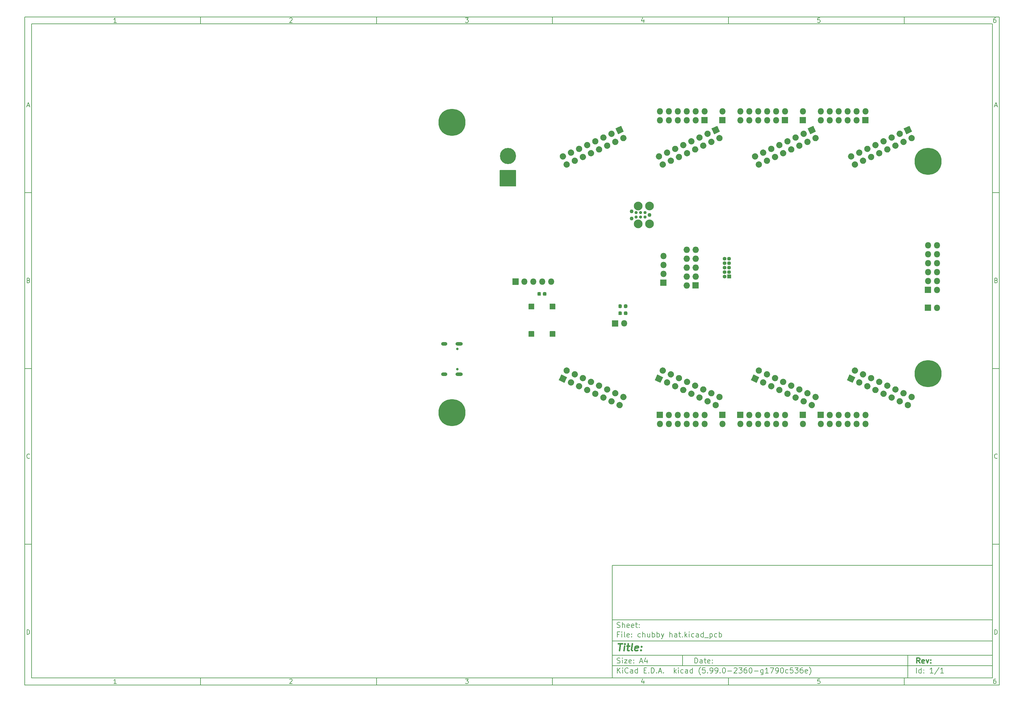
<source format=gbr>
%TF.GenerationSoftware,KiCad,Pcbnew,(5.99.0-2360-g1790c536e)*%
%TF.CreationDate,2020-08-29T16:27:01+02:00*%
%TF.ProjectId,chubby hat,63687562-6279-4206-9861-742e6b696361,rev?*%
%TF.SameCoordinates,Original*%
%TF.FileFunction,Soldermask,Top*%
%TF.FilePolarity,Negative*%
%FSLAX46Y46*%
G04 Gerber Fmt 4.6, Leading zero omitted, Abs format (unit mm)*
G04 Created by KiCad (PCBNEW (5.99.0-2360-g1790c536e)) date 2020-08-29 16:27:01*
%MOMM*%
%LPD*%
G01*
G04 APERTURE LIST*
%ADD10C,0.000000*%
%ADD11C,0.150000*%
%ADD12C,0.300000*%
%ADD13C,0.400000*%
%ADD14O,1.800000X1.800000*%
%ADD15O,1.827200X1.827200*%
%ADD16C,2.474900*%
%ADD17C,1.090600*%
%ADD18C,0.887400*%
%ADD19O,1.100000X1.100000*%
%ADD20O,2.100000X1.000000*%
%ADD21O,1.800000X1.000000*%
%ADD22C,0.700000*%
%ADD23C,4.600880*%
%ADD24C,7.700000*%
G04 APERTURE END LIST*
D10*
D11*
X177002200Y-166007200D02*
X177002200Y-198007200D01*
X285002200Y-198007200D01*
X285002200Y-166007200D01*
X177002200Y-166007200D01*
D10*
D11*
X10000000Y-10000000D02*
X10000000Y-200007200D01*
X287002200Y-200007200D01*
X287002200Y-10000000D01*
X10000000Y-10000000D01*
D10*
D11*
X12000000Y-12000000D02*
X12000000Y-198007200D01*
X285002200Y-198007200D01*
X285002200Y-12000000D01*
X12000000Y-12000000D01*
D10*
D11*
X60000000Y-12000000D02*
X60000000Y-10000000D01*
D10*
D11*
X110000000Y-12000000D02*
X110000000Y-10000000D01*
D10*
D11*
X160000000Y-12000000D02*
X160000000Y-10000000D01*
D10*
D11*
X210000000Y-12000000D02*
X210000000Y-10000000D01*
D10*
D11*
X260000000Y-12000000D02*
X260000000Y-10000000D01*
D10*
D11*
X36065476Y-11588095D02*
X35322619Y-11588095D01*
X35694047Y-11588095D02*
X35694047Y-10288095D01*
X35570238Y-10473809D01*
X35446428Y-10597619D01*
X35322619Y-10659523D01*
D10*
D11*
X85322619Y-10411904D02*
X85384523Y-10350000D01*
X85508333Y-10288095D01*
X85817857Y-10288095D01*
X85941666Y-10350000D01*
X86003571Y-10411904D01*
X86065476Y-10535714D01*
X86065476Y-10659523D01*
X86003571Y-10845238D01*
X85260714Y-11588095D01*
X86065476Y-11588095D01*
D10*
D11*
X135260714Y-10288095D02*
X136065476Y-10288095D01*
X135632142Y-10783333D01*
X135817857Y-10783333D01*
X135941666Y-10845238D01*
X136003571Y-10907142D01*
X136065476Y-11030952D01*
X136065476Y-11340476D01*
X136003571Y-11464285D01*
X135941666Y-11526190D01*
X135817857Y-11588095D01*
X135446428Y-11588095D01*
X135322619Y-11526190D01*
X135260714Y-11464285D01*
D10*
D11*
X185941666Y-10721428D02*
X185941666Y-11588095D01*
X185632142Y-10226190D02*
X185322619Y-11154761D01*
X186127380Y-11154761D01*
D10*
D11*
X236003571Y-10288095D02*
X235384523Y-10288095D01*
X235322619Y-10907142D01*
X235384523Y-10845238D01*
X235508333Y-10783333D01*
X235817857Y-10783333D01*
X235941666Y-10845238D01*
X236003571Y-10907142D01*
X236065476Y-11030952D01*
X236065476Y-11340476D01*
X236003571Y-11464285D01*
X235941666Y-11526190D01*
X235817857Y-11588095D01*
X235508333Y-11588095D01*
X235384523Y-11526190D01*
X235322619Y-11464285D01*
D10*
D11*
X285941666Y-10288095D02*
X285694047Y-10288095D01*
X285570238Y-10350000D01*
X285508333Y-10411904D01*
X285384523Y-10597619D01*
X285322619Y-10845238D01*
X285322619Y-11340476D01*
X285384523Y-11464285D01*
X285446428Y-11526190D01*
X285570238Y-11588095D01*
X285817857Y-11588095D01*
X285941666Y-11526190D01*
X286003571Y-11464285D01*
X286065476Y-11340476D01*
X286065476Y-11030952D01*
X286003571Y-10907142D01*
X285941666Y-10845238D01*
X285817857Y-10783333D01*
X285570238Y-10783333D01*
X285446428Y-10845238D01*
X285384523Y-10907142D01*
X285322619Y-11030952D01*
D10*
D11*
X60000000Y-198007200D02*
X60000000Y-200007200D01*
D10*
D11*
X110000000Y-198007200D02*
X110000000Y-200007200D01*
D10*
D11*
X160000000Y-198007200D02*
X160000000Y-200007200D01*
D10*
D11*
X210000000Y-198007200D02*
X210000000Y-200007200D01*
D10*
D11*
X260000000Y-198007200D02*
X260000000Y-200007200D01*
D10*
D11*
X36065476Y-199595295D02*
X35322619Y-199595295D01*
X35694047Y-199595295D02*
X35694047Y-198295295D01*
X35570238Y-198481009D01*
X35446428Y-198604819D01*
X35322619Y-198666723D01*
D10*
D11*
X85322619Y-198419104D02*
X85384523Y-198357200D01*
X85508333Y-198295295D01*
X85817857Y-198295295D01*
X85941666Y-198357200D01*
X86003571Y-198419104D01*
X86065476Y-198542914D01*
X86065476Y-198666723D01*
X86003571Y-198852438D01*
X85260714Y-199595295D01*
X86065476Y-199595295D01*
D10*
D11*
X135260714Y-198295295D02*
X136065476Y-198295295D01*
X135632142Y-198790533D01*
X135817857Y-198790533D01*
X135941666Y-198852438D01*
X136003571Y-198914342D01*
X136065476Y-199038152D01*
X136065476Y-199347676D01*
X136003571Y-199471485D01*
X135941666Y-199533390D01*
X135817857Y-199595295D01*
X135446428Y-199595295D01*
X135322619Y-199533390D01*
X135260714Y-199471485D01*
D10*
D11*
X185941666Y-198728628D02*
X185941666Y-199595295D01*
X185632142Y-198233390D02*
X185322619Y-199161961D01*
X186127380Y-199161961D01*
D10*
D11*
X236003571Y-198295295D02*
X235384523Y-198295295D01*
X235322619Y-198914342D01*
X235384523Y-198852438D01*
X235508333Y-198790533D01*
X235817857Y-198790533D01*
X235941666Y-198852438D01*
X236003571Y-198914342D01*
X236065476Y-199038152D01*
X236065476Y-199347676D01*
X236003571Y-199471485D01*
X235941666Y-199533390D01*
X235817857Y-199595295D01*
X235508333Y-199595295D01*
X235384523Y-199533390D01*
X235322619Y-199471485D01*
D10*
D11*
X285941666Y-198295295D02*
X285694047Y-198295295D01*
X285570238Y-198357200D01*
X285508333Y-198419104D01*
X285384523Y-198604819D01*
X285322619Y-198852438D01*
X285322619Y-199347676D01*
X285384523Y-199471485D01*
X285446428Y-199533390D01*
X285570238Y-199595295D01*
X285817857Y-199595295D01*
X285941666Y-199533390D01*
X286003571Y-199471485D01*
X286065476Y-199347676D01*
X286065476Y-199038152D01*
X286003571Y-198914342D01*
X285941666Y-198852438D01*
X285817857Y-198790533D01*
X285570238Y-198790533D01*
X285446428Y-198852438D01*
X285384523Y-198914342D01*
X285322619Y-199038152D01*
D10*
D11*
X10000000Y-60000000D02*
X12000000Y-60000000D01*
D10*
D11*
X10000000Y-110000000D02*
X12000000Y-110000000D01*
D10*
D11*
X10000000Y-160000000D02*
X12000000Y-160000000D01*
D10*
D11*
X10690476Y-35216666D02*
X11309523Y-35216666D01*
X10566666Y-35588095D02*
X11000000Y-34288095D01*
X11433333Y-35588095D01*
D10*
D11*
X11092857Y-84907142D02*
X11278571Y-84969047D01*
X11340476Y-85030952D01*
X11402380Y-85154761D01*
X11402380Y-85340476D01*
X11340476Y-85464285D01*
X11278571Y-85526190D01*
X11154761Y-85588095D01*
X10659523Y-85588095D01*
X10659523Y-84288095D01*
X11092857Y-84288095D01*
X11216666Y-84350000D01*
X11278571Y-84411904D01*
X11340476Y-84535714D01*
X11340476Y-84659523D01*
X11278571Y-84783333D01*
X11216666Y-84845238D01*
X11092857Y-84907142D01*
X10659523Y-84907142D01*
D10*
D11*
X11402380Y-135464285D02*
X11340476Y-135526190D01*
X11154761Y-135588095D01*
X11030952Y-135588095D01*
X10845238Y-135526190D01*
X10721428Y-135402380D01*
X10659523Y-135278571D01*
X10597619Y-135030952D01*
X10597619Y-134845238D01*
X10659523Y-134597619D01*
X10721428Y-134473809D01*
X10845238Y-134350000D01*
X11030952Y-134288095D01*
X11154761Y-134288095D01*
X11340476Y-134350000D01*
X11402380Y-134411904D01*
D10*
D11*
X10659523Y-185588095D02*
X10659523Y-184288095D01*
X10969047Y-184288095D01*
X11154761Y-184350000D01*
X11278571Y-184473809D01*
X11340476Y-184597619D01*
X11402380Y-184845238D01*
X11402380Y-185030952D01*
X11340476Y-185278571D01*
X11278571Y-185402380D01*
X11154761Y-185526190D01*
X10969047Y-185588095D01*
X10659523Y-185588095D01*
D10*
D11*
X287002200Y-60000000D02*
X285002200Y-60000000D01*
D10*
D11*
X287002200Y-110000000D02*
X285002200Y-110000000D01*
D10*
D11*
X287002200Y-160000000D02*
X285002200Y-160000000D01*
D10*
D11*
X285692676Y-35216666D02*
X286311723Y-35216666D01*
X285568866Y-35588095D02*
X286002200Y-34288095D01*
X286435533Y-35588095D01*
D10*
D11*
X286095057Y-84907142D02*
X286280771Y-84969047D01*
X286342676Y-85030952D01*
X286404580Y-85154761D01*
X286404580Y-85340476D01*
X286342676Y-85464285D01*
X286280771Y-85526190D01*
X286156961Y-85588095D01*
X285661723Y-85588095D01*
X285661723Y-84288095D01*
X286095057Y-84288095D01*
X286218866Y-84350000D01*
X286280771Y-84411904D01*
X286342676Y-84535714D01*
X286342676Y-84659523D01*
X286280771Y-84783333D01*
X286218866Y-84845238D01*
X286095057Y-84907142D01*
X285661723Y-84907142D01*
D10*
D11*
X286404580Y-135464285D02*
X286342676Y-135526190D01*
X286156961Y-135588095D01*
X286033152Y-135588095D01*
X285847438Y-135526190D01*
X285723628Y-135402380D01*
X285661723Y-135278571D01*
X285599819Y-135030952D01*
X285599819Y-134845238D01*
X285661723Y-134597619D01*
X285723628Y-134473809D01*
X285847438Y-134350000D01*
X286033152Y-134288095D01*
X286156961Y-134288095D01*
X286342676Y-134350000D01*
X286404580Y-134411904D01*
D10*
D11*
X285661723Y-185588095D02*
X285661723Y-184288095D01*
X285971247Y-184288095D01*
X286156961Y-184350000D01*
X286280771Y-184473809D01*
X286342676Y-184597619D01*
X286404580Y-184845238D01*
X286404580Y-185030952D01*
X286342676Y-185278571D01*
X286280771Y-185402380D01*
X286156961Y-185526190D01*
X285971247Y-185588095D01*
X285661723Y-185588095D01*
D10*
D11*
X200434342Y-193785771D02*
X200434342Y-192285771D01*
X200791485Y-192285771D01*
X201005771Y-192357200D01*
X201148628Y-192500057D01*
X201220057Y-192642914D01*
X201291485Y-192928628D01*
X201291485Y-193142914D01*
X201220057Y-193428628D01*
X201148628Y-193571485D01*
X201005771Y-193714342D01*
X200791485Y-193785771D01*
X200434342Y-193785771D01*
X202577200Y-193785771D02*
X202577200Y-193000057D01*
X202505771Y-192857200D01*
X202362914Y-192785771D01*
X202077200Y-192785771D01*
X201934342Y-192857200D01*
X202577200Y-193714342D02*
X202434342Y-193785771D01*
X202077200Y-193785771D01*
X201934342Y-193714342D01*
X201862914Y-193571485D01*
X201862914Y-193428628D01*
X201934342Y-193285771D01*
X202077200Y-193214342D01*
X202434342Y-193214342D01*
X202577200Y-193142914D01*
X203077200Y-192785771D02*
X203648628Y-192785771D01*
X203291485Y-192285771D02*
X203291485Y-193571485D01*
X203362914Y-193714342D01*
X203505771Y-193785771D01*
X203648628Y-193785771D01*
X204720057Y-193714342D02*
X204577200Y-193785771D01*
X204291485Y-193785771D01*
X204148628Y-193714342D01*
X204077200Y-193571485D01*
X204077200Y-193000057D01*
X204148628Y-192857200D01*
X204291485Y-192785771D01*
X204577200Y-192785771D01*
X204720057Y-192857200D01*
X204791485Y-193000057D01*
X204791485Y-193142914D01*
X204077200Y-193285771D01*
X205434342Y-193642914D02*
X205505771Y-193714342D01*
X205434342Y-193785771D01*
X205362914Y-193714342D01*
X205434342Y-193642914D01*
X205434342Y-193785771D01*
X205434342Y-192857200D02*
X205505771Y-192928628D01*
X205434342Y-193000057D01*
X205362914Y-192928628D01*
X205434342Y-192857200D01*
X205434342Y-193000057D01*
D10*
D11*
X177002200Y-194507200D02*
X285002200Y-194507200D01*
D10*
D11*
X178434342Y-196585771D02*
X178434342Y-195085771D01*
X179291485Y-196585771D02*
X178648628Y-195728628D01*
X179291485Y-195085771D02*
X178434342Y-195942914D01*
X179934342Y-196585771D02*
X179934342Y-195585771D01*
X179934342Y-195085771D02*
X179862914Y-195157200D01*
X179934342Y-195228628D01*
X180005771Y-195157200D01*
X179934342Y-195085771D01*
X179934342Y-195228628D01*
X181505771Y-196442914D02*
X181434342Y-196514342D01*
X181220057Y-196585771D01*
X181077200Y-196585771D01*
X180862914Y-196514342D01*
X180720057Y-196371485D01*
X180648628Y-196228628D01*
X180577200Y-195942914D01*
X180577200Y-195728628D01*
X180648628Y-195442914D01*
X180720057Y-195300057D01*
X180862914Y-195157200D01*
X181077200Y-195085771D01*
X181220057Y-195085771D01*
X181434342Y-195157200D01*
X181505771Y-195228628D01*
X182791485Y-196585771D02*
X182791485Y-195800057D01*
X182720057Y-195657200D01*
X182577200Y-195585771D01*
X182291485Y-195585771D01*
X182148628Y-195657200D01*
X182791485Y-196514342D02*
X182648628Y-196585771D01*
X182291485Y-196585771D01*
X182148628Y-196514342D01*
X182077200Y-196371485D01*
X182077200Y-196228628D01*
X182148628Y-196085771D01*
X182291485Y-196014342D01*
X182648628Y-196014342D01*
X182791485Y-195942914D01*
X184148628Y-196585771D02*
X184148628Y-195085771D01*
X184148628Y-196514342D02*
X184005771Y-196585771D01*
X183720057Y-196585771D01*
X183577200Y-196514342D01*
X183505771Y-196442914D01*
X183434342Y-196300057D01*
X183434342Y-195871485D01*
X183505771Y-195728628D01*
X183577200Y-195657200D01*
X183720057Y-195585771D01*
X184005771Y-195585771D01*
X184148628Y-195657200D01*
X186005771Y-195800057D02*
X186505771Y-195800057D01*
X186720057Y-196585771D02*
X186005771Y-196585771D01*
X186005771Y-195085771D01*
X186720057Y-195085771D01*
X187362914Y-196442914D02*
X187434342Y-196514342D01*
X187362914Y-196585771D01*
X187291485Y-196514342D01*
X187362914Y-196442914D01*
X187362914Y-196585771D01*
X188077200Y-196585771D02*
X188077200Y-195085771D01*
X188434342Y-195085771D01*
X188648628Y-195157200D01*
X188791485Y-195300057D01*
X188862914Y-195442914D01*
X188934342Y-195728628D01*
X188934342Y-195942914D01*
X188862914Y-196228628D01*
X188791485Y-196371485D01*
X188648628Y-196514342D01*
X188434342Y-196585771D01*
X188077200Y-196585771D01*
X189577200Y-196442914D02*
X189648628Y-196514342D01*
X189577200Y-196585771D01*
X189505771Y-196514342D01*
X189577200Y-196442914D01*
X189577200Y-196585771D01*
X190220057Y-196157200D02*
X190934342Y-196157200D01*
X190077200Y-196585771D02*
X190577200Y-195085771D01*
X191077200Y-196585771D01*
X191577200Y-196442914D02*
X191648628Y-196514342D01*
X191577200Y-196585771D01*
X191505771Y-196514342D01*
X191577200Y-196442914D01*
X191577200Y-196585771D01*
X194577200Y-196585771D02*
X194577200Y-195085771D01*
X194720057Y-196014342D02*
X195148628Y-196585771D01*
X195148628Y-195585771D02*
X194577200Y-196157200D01*
X195791485Y-196585771D02*
X195791485Y-195585771D01*
X195791485Y-195085771D02*
X195720057Y-195157200D01*
X195791485Y-195228628D01*
X195862914Y-195157200D01*
X195791485Y-195085771D01*
X195791485Y-195228628D01*
X197148628Y-196514342D02*
X197005771Y-196585771D01*
X196720057Y-196585771D01*
X196577200Y-196514342D01*
X196505771Y-196442914D01*
X196434342Y-196300057D01*
X196434342Y-195871485D01*
X196505771Y-195728628D01*
X196577200Y-195657200D01*
X196720057Y-195585771D01*
X197005771Y-195585771D01*
X197148628Y-195657200D01*
X198434342Y-196585771D02*
X198434342Y-195800057D01*
X198362914Y-195657200D01*
X198220057Y-195585771D01*
X197934342Y-195585771D01*
X197791485Y-195657200D01*
X198434342Y-196514342D02*
X198291485Y-196585771D01*
X197934342Y-196585771D01*
X197791485Y-196514342D01*
X197720057Y-196371485D01*
X197720057Y-196228628D01*
X197791485Y-196085771D01*
X197934342Y-196014342D01*
X198291485Y-196014342D01*
X198434342Y-195942914D01*
X199791485Y-196585771D02*
X199791485Y-195085771D01*
X199791485Y-196514342D02*
X199648628Y-196585771D01*
X199362914Y-196585771D01*
X199220057Y-196514342D01*
X199148628Y-196442914D01*
X199077200Y-196300057D01*
X199077200Y-195871485D01*
X199148628Y-195728628D01*
X199220057Y-195657200D01*
X199362914Y-195585771D01*
X199648628Y-195585771D01*
X199791485Y-195657200D01*
X202077200Y-197157200D02*
X202005771Y-197085771D01*
X201862914Y-196871485D01*
X201791485Y-196728628D01*
X201720057Y-196514342D01*
X201648628Y-196157200D01*
X201648628Y-195871485D01*
X201720057Y-195514342D01*
X201791485Y-195300057D01*
X201862914Y-195157200D01*
X202005771Y-194942914D01*
X202077200Y-194871485D01*
X203362914Y-195085771D02*
X202648628Y-195085771D01*
X202577200Y-195800057D01*
X202648628Y-195728628D01*
X202791485Y-195657200D01*
X203148628Y-195657200D01*
X203291485Y-195728628D01*
X203362914Y-195800057D01*
X203434342Y-195942914D01*
X203434342Y-196300057D01*
X203362914Y-196442914D01*
X203291485Y-196514342D01*
X203148628Y-196585771D01*
X202791485Y-196585771D01*
X202648628Y-196514342D01*
X202577200Y-196442914D01*
X204077200Y-196442914D02*
X204148628Y-196514342D01*
X204077200Y-196585771D01*
X204005771Y-196514342D01*
X204077200Y-196442914D01*
X204077200Y-196585771D01*
X204862914Y-196585771D02*
X205148628Y-196585771D01*
X205291485Y-196514342D01*
X205362914Y-196442914D01*
X205505771Y-196228628D01*
X205577200Y-195942914D01*
X205577200Y-195371485D01*
X205505771Y-195228628D01*
X205434342Y-195157200D01*
X205291485Y-195085771D01*
X205005771Y-195085771D01*
X204862914Y-195157200D01*
X204791485Y-195228628D01*
X204720057Y-195371485D01*
X204720057Y-195728628D01*
X204791485Y-195871485D01*
X204862914Y-195942914D01*
X205005771Y-196014342D01*
X205291485Y-196014342D01*
X205434342Y-195942914D01*
X205505771Y-195871485D01*
X205577200Y-195728628D01*
X206291485Y-196585771D02*
X206577200Y-196585771D01*
X206720057Y-196514342D01*
X206791485Y-196442914D01*
X206934342Y-196228628D01*
X207005771Y-195942914D01*
X207005771Y-195371485D01*
X206934342Y-195228628D01*
X206862914Y-195157200D01*
X206720057Y-195085771D01*
X206434342Y-195085771D01*
X206291485Y-195157200D01*
X206220057Y-195228628D01*
X206148628Y-195371485D01*
X206148628Y-195728628D01*
X206220057Y-195871485D01*
X206291485Y-195942914D01*
X206434342Y-196014342D01*
X206720057Y-196014342D01*
X206862914Y-195942914D01*
X206934342Y-195871485D01*
X207005771Y-195728628D01*
X207648628Y-196442914D02*
X207720057Y-196514342D01*
X207648628Y-196585771D01*
X207577200Y-196514342D01*
X207648628Y-196442914D01*
X207648628Y-196585771D01*
X208648628Y-195085771D02*
X208791485Y-195085771D01*
X208934342Y-195157200D01*
X209005771Y-195228628D01*
X209077200Y-195371485D01*
X209148628Y-195657200D01*
X209148628Y-196014342D01*
X209077200Y-196300057D01*
X209005771Y-196442914D01*
X208934342Y-196514342D01*
X208791485Y-196585771D01*
X208648628Y-196585771D01*
X208505771Y-196514342D01*
X208434342Y-196442914D01*
X208362914Y-196300057D01*
X208291485Y-196014342D01*
X208291485Y-195657200D01*
X208362914Y-195371485D01*
X208434342Y-195228628D01*
X208505771Y-195157200D01*
X208648628Y-195085771D01*
X209791485Y-196014342D02*
X210934342Y-196014342D01*
X211577200Y-195228628D02*
X211648628Y-195157200D01*
X211791485Y-195085771D01*
X212148628Y-195085771D01*
X212291485Y-195157200D01*
X212362914Y-195228628D01*
X212434342Y-195371485D01*
X212434342Y-195514342D01*
X212362914Y-195728628D01*
X211505771Y-196585771D01*
X212434342Y-196585771D01*
X212934342Y-195085771D02*
X213862914Y-195085771D01*
X213362914Y-195657200D01*
X213577200Y-195657200D01*
X213720057Y-195728628D01*
X213791485Y-195800057D01*
X213862914Y-195942914D01*
X213862914Y-196300057D01*
X213791485Y-196442914D01*
X213720057Y-196514342D01*
X213577200Y-196585771D01*
X213148628Y-196585771D01*
X213005771Y-196514342D01*
X212934342Y-196442914D01*
X215148628Y-195085771D02*
X214862914Y-195085771D01*
X214720057Y-195157200D01*
X214648628Y-195228628D01*
X214505771Y-195442914D01*
X214434342Y-195728628D01*
X214434342Y-196300057D01*
X214505771Y-196442914D01*
X214577200Y-196514342D01*
X214720057Y-196585771D01*
X215005771Y-196585771D01*
X215148628Y-196514342D01*
X215220057Y-196442914D01*
X215291485Y-196300057D01*
X215291485Y-195942914D01*
X215220057Y-195800057D01*
X215148628Y-195728628D01*
X215005771Y-195657200D01*
X214720057Y-195657200D01*
X214577200Y-195728628D01*
X214505771Y-195800057D01*
X214434342Y-195942914D01*
X216220057Y-195085771D02*
X216362914Y-195085771D01*
X216505771Y-195157200D01*
X216577200Y-195228628D01*
X216648628Y-195371485D01*
X216720057Y-195657200D01*
X216720057Y-196014342D01*
X216648628Y-196300057D01*
X216577200Y-196442914D01*
X216505771Y-196514342D01*
X216362914Y-196585771D01*
X216220057Y-196585771D01*
X216077200Y-196514342D01*
X216005771Y-196442914D01*
X215934342Y-196300057D01*
X215862914Y-196014342D01*
X215862914Y-195657200D01*
X215934342Y-195371485D01*
X216005771Y-195228628D01*
X216077200Y-195157200D01*
X216220057Y-195085771D01*
X217362914Y-196014342D02*
X218505771Y-196014342D01*
X219862914Y-195585771D02*
X219862914Y-196800057D01*
X219791485Y-196942914D01*
X219720057Y-197014342D01*
X219577200Y-197085771D01*
X219362914Y-197085771D01*
X219220057Y-197014342D01*
X219862914Y-196514342D02*
X219720057Y-196585771D01*
X219434342Y-196585771D01*
X219291485Y-196514342D01*
X219220057Y-196442914D01*
X219148628Y-196300057D01*
X219148628Y-195871485D01*
X219220057Y-195728628D01*
X219291485Y-195657200D01*
X219434342Y-195585771D01*
X219720057Y-195585771D01*
X219862914Y-195657200D01*
X221362914Y-196585771D02*
X220505771Y-196585771D01*
X220934342Y-196585771D02*
X220934342Y-195085771D01*
X220791485Y-195300057D01*
X220648628Y-195442914D01*
X220505771Y-195514342D01*
X221862914Y-195085771D02*
X222862914Y-195085771D01*
X222220057Y-196585771D01*
X223505771Y-196585771D02*
X223791485Y-196585771D01*
X223934342Y-196514342D01*
X224005771Y-196442914D01*
X224148628Y-196228628D01*
X224220057Y-195942914D01*
X224220057Y-195371485D01*
X224148628Y-195228628D01*
X224077200Y-195157200D01*
X223934342Y-195085771D01*
X223648628Y-195085771D01*
X223505771Y-195157200D01*
X223434342Y-195228628D01*
X223362914Y-195371485D01*
X223362914Y-195728628D01*
X223434342Y-195871485D01*
X223505771Y-195942914D01*
X223648628Y-196014342D01*
X223934342Y-196014342D01*
X224077200Y-195942914D01*
X224148628Y-195871485D01*
X224220057Y-195728628D01*
X225148628Y-195085771D02*
X225291485Y-195085771D01*
X225434342Y-195157200D01*
X225505771Y-195228628D01*
X225577200Y-195371485D01*
X225648628Y-195657200D01*
X225648628Y-196014342D01*
X225577200Y-196300057D01*
X225505771Y-196442914D01*
X225434342Y-196514342D01*
X225291485Y-196585771D01*
X225148628Y-196585771D01*
X225005771Y-196514342D01*
X224934342Y-196442914D01*
X224862914Y-196300057D01*
X224791485Y-196014342D01*
X224791485Y-195657200D01*
X224862914Y-195371485D01*
X224934342Y-195228628D01*
X225005771Y-195157200D01*
X225148628Y-195085771D01*
X226934342Y-196514342D02*
X226791485Y-196585771D01*
X226505771Y-196585771D01*
X226362914Y-196514342D01*
X226291485Y-196442914D01*
X226220057Y-196300057D01*
X226220057Y-195871485D01*
X226291485Y-195728628D01*
X226362914Y-195657200D01*
X226505771Y-195585771D01*
X226791485Y-195585771D01*
X226934342Y-195657200D01*
X228291485Y-195085771D02*
X227577199Y-195085771D01*
X227505771Y-195800057D01*
X227577199Y-195728628D01*
X227720057Y-195657200D01*
X228077199Y-195657200D01*
X228220057Y-195728628D01*
X228291485Y-195800057D01*
X228362914Y-195942914D01*
X228362914Y-196300057D01*
X228291485Y-196442914D01*
X228220057Y-196514342D01*
X228077199Y-196585771D01*
X227720057Y-196585771D01*
X227577199Y-196514342D01*
X227505771Y-196442914D01*
X228862914Y-195085771D02*
X229791485Y-195085771D01*
X229291485Y-195657200D01*
X229505771Y-195657200D01*
X229648628Y-195728628D01*
X229720057Y-195800057D01*
X229791485Y-195942914D01*
X229791485Y-196300057D01*
X229720057Y-196442914D01*
X229648628Y-196514342D01*
X229505771Y-196585771D01*
X229077199Y-196585771D01*
X228934342Y-196514342D01*
X228862914Y-196442914D01*
X231077199Y-195085771D02*
X230791485Y-195085771D01*
X230648628Y-195157200D01*
X230577199Y-195228628D01*
X230434342Y-195442914D01*
X230362914Y-195728628D01*
X230362914Y-196300057D01*
X230434342Y-196442914D01*
X230505771Y-196514342D01*
X230648628Y-196585771D01*
X230934342Y-196585771D01*
X231077199Y-196514342D01*
X231148628Y-196442914D01*
X231220057Y-196300057D01*
X231220057Y-195942914D01*
X231148628Y-195800057D01*
X231077199Y-195728628D01*
X230934342Y-195657200D01*
X230648628Y-195657200D01*
X230505771Y-195728628D01*
X230434342Y-195800057D01*
X230362914Y-195942914D01*
X232434342Y-196514342D02*
X232291485Y-196585771D01*
X232005771Y-196585771D01*
X231862914Y-196514342D01*
X231791485Y-196371485D01*
X231791485Y-195800057D01*
X231862914Y-195657200D01*
X232005771Y-195585771D01*
X232291485Y-195585771D01*
X232434342Y-195657200D01*
X232505771Y-195800057D01*
X232505771Y-195942914D01*
X231791485Y-196085771D01*
X233005771Y-197157200D02*
X233077199Y-197085771D01*
X233220057Y-196871485D01*
X233291485Y-196728628D01*
X233362914Y-196514342D01*
X233434342Y-196157200D01*
X233434342Y-195871485D01*
X233362914Y-195514342D01*
X233291485Y-195300057D01*
X233220057Y-195157200D01*
X233077199Y-194942914D01*
X233005771Y-194871485D01*
D10*
D11*
X177002200Y-191507200D02*
X285002200Y-191507200D01*
D10*
D12*
X264411485Y-193785771D02*
X263911485Y-193071485D01*
X263554342Y-193785771D02*
X263554342Y-192285771D01*
X264125771Y-192285771D01*
X264268628Y-192357200D01*
X264340057Y-192428628D01*
X264411485Y-192571485D01*
X264411485Y-192785771D01*
X264340057Y-192928628D01*
X264268628Y-193000057D01*
X264125771Y-193071485D01*
X263554342Y-193071485D01*
X265625771Y-193714342D02*
X265482914Y-193785771D01*
X265197200Y-193785771D01*
X265054342Y-193714342D01*
X264982914Y-193571485D01*
X264982914Y-193000057D01*
X265054342Y-192857200D01*
X265197200Y-192785771D01*
X265482914Y-192785771D01*
X265625771Y-192857200D01*
X265697200Y-193000057D01*
X265697200Y-193142914D01*
X264982914Y-193285771D01*
X266197200Y-192785771D02*
X266554342Y-193785771D01*
X266911485Y-192785771D01*
X267482914Y-193642914D02*
X267554342Y-193714342D01*
X267482914Y-193785771D01*
X267411485Y-193714342D01*
X267482914Y-193642914D01*
X267482914Y-193785771D01*
X267482914Y-192857200D02*
X267554342Y-192928628D01*
X267482914Y-193000057D01*
X267411485Y-192928628D01*
X267482914Y-192857200D01*
X267482914Y-193000057D01*
D10*
D11*
X178362914Y-193714342D02*
X178577200Y-193785771D01*
X178934342Y-193785771D01*
X179077200Y-193714342D01*
X179148628Y-193642914D01*
X179220057Y-193500057D01*
X179220057Y-193357200D01*
X179148628Y-193214342D01*
X179077200Y-193142914D01*
X178934342Y-193071485D01*
X178648628Y-193000057D01*
X178505771Y-192928628D01*
X178434342Y-192857200D01*
X178362914Y-192714342D01*
X178362914Y-192571485D01*
X178434342Y-192428628D01*
X178505771Y-192357200D01*
X178648628Y-192285771D01*
X179005771Y-192285771D01*
X179220057Y-192357200D01*
X179862914Y-193785771D02*
X179862914Y-192785771D01*
X179862914Y-192285771D02*
X179791485Y-192357200D01*
X179862914Y-192428628D01*
X179934342Y-192357200D01*
X179862914Y-192285771D01*
X179862914Y-192428628D01*
X180434342Y-192785771D02*
X181220057Y-192785771D01*
X180434342Y-193785771D01*
X181220057Y-193785771D01*
X182362914Y-193714342D02*
X182220057Y-193785771D01*
X181934342Y-193785771D01*
X181791485Y-193714342D01*
X181720057Y-193571485D01*
X181720057Y-193000057D01*
X181791485Y-192857200D01*
X181934342Y-192785771D01*
X182220057Y-192785771D01*
X182362914Y-192857200D01*
X182434342Y-193000057D01*
X182434342Y-193142914D01*
X181720057Y-193285771D01*
X183077200Y-193642914D02*
X183148628Y-193714342D01*
X183077200Y-193785771D01*
X183005771Y-193714342D01*
X183077200Y-193642914D01*
X183077200Y-193785771D01*
X183077200Y-192857200D02*
X183148628Y-192928628D01*
X183077200Y-193000057D01*
X183005771Y-192928628D01*
X183077200Y-192857200D01*
X183077200Y-193000057D01*
X184862914Y-193357200D02*
X185577200Y-193357200D01*
X184720057Y-193785771D02*
X185220057Y-192285771D01*
X185720057Y-193785771D01*
X186862914Y-192785771D02*
X186862914Y-193785771D01*
X186505771Y-192214342D02*
X186148628Y-193285771D01*
X187077200Y-193285771D01*
D10*
D11*
X263434342Y-196585771D02*
X263434342Y-195085771D01*
X264791485Y-196585771D02*
X264791485Y-195085771D01*
X264791485Y-196514342D02*
X264648628Y-196585771D01*
X264362914Y-196585771D01*
X264220057Y-196514342D01*
X264148628Y-196442914D01*
X264077200Y-196300057D01*
X264077200Y-195871485D01*
X264148628Y-195728628D01*
X264220057Y-195657200D01*
X264362914Y-195585771D01*
X264648628Y-195585771D01*
X264791485Y-195657200D01*
X265505771Y-196442914D02*
X265577200Y-196514342D01*
X265505771Y-196585771D01*
X265434342Y-196514342D01*
X265505771Y-196442914D01*
X265505771Y-196585771D01*
X265505771Y-195657200D02*
X265577200Y-195728628D01*
X265505771Y-195800057D01*
X265434342Y-195728628D01*
X265505771Y-195657200D01*
X265505771Y-195800057D01*
X268148628Y-196585771D02*
X267291485Y-196585771D01*
X267720057Y-196585771D02*
X267720057Y-195085771D01*
X267577200Y-195300057D01*
X267434342Y-195442914D01*
X267291485Y-195514342D01*
X269862914Y-195014342D02*
X268577200Y-196942914D01*
X271148628Y-196585771D02*
X270291485Y-196585771D01*
X270720057Y-196585771D02*
X270720057Y-195085771D01*
X270577200Y-195300057D01*
X270434342Y-195442914D01*
X270291485Y-195514342D01*
D10*
D11*
X177002200Y-187507200D02*
X285002200Y-187507200D01*
D10*
D13*
X178714580Y-188211961D02*
X179857438Y-188211961D01*
X179036009Y-190211961D02*
X179286009Y-188211961D01*
X180274104Y-190211961D02*
X180440771Y-188878628D01*
X180524104Y-188211961D02*
X180416961Y-188307200D01*
X180500295Y-188402438D01*
X180607438Y-188307200D01*
X180524104Y-188211961D01*
X180500295Y-188402438D01*
X181107438Y-188878628D02*
X181869342Y-188878628D01*
X181476485Y-188211961D02*
X181262200Y-189926247D01*
X181333628Y-190116723D01*
X181512200Y-190211961D01*
X181702676Y-190211961D01*
X182655057Y-190211961D02*
X182476485Y-190116723D01*
X182405057Y-189926247D01*
X182619342Y-188211961D01*
X184190771Y-190116723D02*
X183988390Y-190211961D01*
X183607438Y-190211961D01*
X183428866Y-190116723D01*
X183357438Y-189926247D01*
X183452676Y-189164342D01*
X183571723Y-188973866D01*
X183774104Y-188878628D01*
X184155057Y-188878628D01*
X184333628Y-188973866D01*
X184405057Y-189164342D01*
X184381247Y-189354819D01*
X183405057Y-189545295D01*
X185155057Y-190021485D02*
X185238390Y-190116723D01*
X185131247Y-190211961D01*
X185047914Y-190116723D01*
X185155057Y-190021485D01*
X185131247Y-190211961D01*
X185286009Y-188973866D02*
X185369342Y-189069104D01*
X185262200Y-189164342D01*
X185178866Y-189069104D01*
X185286009Y-188973866D01*
X185262200Y-189164342D01*
D10*
D11*
X178934342Y-185600057D02*
X178434342Y-185600057D01*
X178434342Y-186385771D02*
X178434342Y-184885771D01*
X179148628Y-184885771D01*
X179720057Y-186385771D02*
X179720057Y-185385771D01*
X179720057Y-184885771D02*
X179648628Y-184957200D01*
X179720057Y-185028628D01*
X179791485Y-184957200D01*
X179720057Y-184885771D01*
X179720057Y-185028628D01*
X180648628Y-186385771D02*
X180505771Y-186314342D01*
X180434342Y-186171485D01*
X180434342Y-184885771D01*
X181791485Y-186314342D02*
X181648628Y-186385771D01*
X181362914Y-186385771D01*
X181220057Y-186314342D01*
X181148628Y-186171485D01*
X181148628Y-185600057D01*
X181220057Y-185457200D01*
X181362914Y-185385771D01*
X181648628Y-185385771D01*
X181791485Y-185457200D01*
X181862914Y-185600057D01*
X181862914Y-185742914D01*
X181148628Y-185885771D01*
X182505771Y-186242914D02*
X182577200Y-186314342D01*
X182505771Y-186385771D01*
X182434342Y-186314342D01*
X182505771Y-186242914D01*
X182505771Y-186385771D01*
X182505771Y-185457200D02*
X182577200Y-185528628D01*
X182505771Y-185600057D01*
X182434342Y-185528628D01*
X182505771Y-185457200D01*
X182505771Y-185600057D01*
X185005771Y-186314342D02*
X184862914Y-186385771D01*
X184577200Y-186385771D01*
X184434342Y-186314342D01*
X184362914Y-186242914D01*
X184291485Y-186100057D01*
X184291485Y-185671485D01*
X184362914Y-185528628D01*
X184434342Y-185457200D01*
X184577200Y-185385771D01*
X184862914Y-185385771D01*
X185005771Y-185457200D01*
X185648628Y-186385771D02*
X185648628Y-184885771D01*
X186291485Y-186385771D02*
X186291485Y-185600057D01*
X186220057Y-185457200D01*
X186077200Y-185385771D01*
X185862914Y-185385771D01*
X185720057Y-185457200D01*
X185648628Y-185528628D01*
X187648628Y-185385771D02*
X187648628Y-186385771D01*
X187005771Y-185385771D02*
X187005771Y-186171485D01*
X187077200Y-186314342D01*
X187220057Y-186385771D01*
X187434342Y-186385771D01*
X187577200Y-186314342D01*
X187648628Y-186242914D01*
X188362914Y-186385771D02*
X188362914Y-184885771D01*
X188362914Y-185457200D02*
X188505771Y-185385771D01*
X188791485Y-185385771D01*
X188934342Y-185457200D01*
X189005771Y-185528628D01*
X189077200Y-185671485D01*
X189077200Y-186100057D01*
X189005771Y-186242914D01*
X188934342Y-186314342D01*
X188791485Y-186385771D01*
X188505771Y-186385771D01*
X188362914Y-186314342D01*
X189720057Y-186385771D02*
X189720057Y-184885771D01*
X189720057Y-185457200D02*
X189862914Y-185385771D01*
X190148628Y-185385771D01*
X190291485Y-185457200D01*
X190362914Y-185528628D01*
X190434342Y-185671485D01*
X190434342Y-186100057D01*
X190362914Y-186242914D01*
X190291485Y-186314342D01*
X190148628Y-186385771D01*
X189862914Y-186385771D01*
X189720057Y-186314342D01*
X190934342Y-185385771D02*
X191291485Y-186385771D01*
X191648628Y-185385771D02*
X191291485Y-186385771D01*
X191148628Y-186742914D01*
X191077200Y-186814342D01*
X190934342Y-186885771D01*
X193362914Y-186385771D02*
X193362914Y-184885771D01*
X194005771Y-186385771D02*
X194005771Y-185600057D01*
X193934342Y-185457200D01*
X193791485Y-185385771D01*
X193577200Y-185385771D01*
X193434342Y-185457200D01*
X193362914Y-185528628D01*
X195362914Y-186385771D02*
X195362914Y-185600057D01*
X195291485Y-185457200D01*
X195148628Y-185385771D01*
X194862914Y-185385771D01*
X194720057Y-185457200D01*
X195362914Y-186314342D02*
X195220057Y-186385771D01*
X194862914Y-186385771D01*
X194720057Y-186314342D01*
X194648628Y-186171485D01*
X194648628Y-186028628D01*
X194720057Y-185885771D01*
X194862914Y-185814342D01*
X195220057Y-185814342D01*
X195362914Y-185742914D01*
X195862914Y-185385771D02*
X196434342Y-185385771D01*
X196077200Y-184885771D02*
X196077200Y-186171485D01*
X196148628Y-186314342D01*
X196291485Y-186385771D01*
X196434342Y-186385771D01*
X196934342Y-186242914D02*
X197005771Y-186314342D01*
X196934342Y-186385771D01*
X196862914Y-186314342D01*
X196934342Y-186242914D01*
X196934342Y-186385771D01*
X197648628Y-186385771D02*
X197648628Y-184885771D01*
X197791485Y-185814342D02*
X198220057Y-186385771D01*
X198220057Y-185385771D02*
X197648628Y-185957200D01*
X198862914Y-186385771D02*
X198862914Y-185385771D01*
X198862914Y-184885771D02*
X198791485Y-184957200D01*
X198862914Y-185028628D01*
X198934342Y-184957200D01*
X198862914Y-184885771D01*
X198862914Y-185028628D01*
X200220057Y-186314342D02*
X200077200Y-186385771D01*
X199791485Y-186385771D01*
X199648628Y-186314342D01*
X199577200Y-186242914D01*
X199505771Y-186100057D01*
X199505771Y-185671485D01*
X199577200Y-185528628D01*
X199648628Y-185457200D01*
X199791485Y-185385771D01*
X200077200Y-185385771D01*
X200220057Y-185457200D01*
X201505771Y-186385771D02*
X201505771Y-185600057D01*
X201434342Y-185457200D01*
X201291485Y-185385771D01*
X201005771Y-185385771D01*
X200862914Y-185457200D01*
X201505771Y-186314342D02*
X201362914Y-186385771D01*
X201005771Y-186385771D01*
X200862914Y-186314342D01*
X200791485Y-186171485D01*
X200791485Y-186028628D01*
X200862914Y-185885771D01*
X201005771Y-185814342D01*
X201362914Y-185814342D01*
X201505771Y-185742914D01*
X202862914Y-186385771D02*
X202862914Y-184885771D01*
X202862914Y-186314342D02*
X202720057Y-186385771D01*
X202434342Y-186385771D01*
X202291485Y-186314342D01*
X202220057Y-186242914D01*
X202148628Y-186100057D01*
X202148628Y-185671485D01*
X202220057Y-185528628D01*
X202291485Y-185457200D01*
X202434342Y-185385771D01*
X202720057Y-185385771D01*
X202862914Y-185457200D01*
X203220057Y-186528628D02*
X204362914Y-186528628D01*
X204720057Y-185385771D02*
X204720057Y-186885771D01*
X204720057Y-185457200D02*
X204862914Y-185385771D01*
X205148628Y-185385771D01*
X205291485Y-185457200D01*
X205362914Y-185528628D01*
X205434342Y-185671485D01*
X205434342Y-186100057D01*
X205362914Y-186242914D01*
X205291485Y-186314342D01*
X205148628Y-186385771D01*
X204862914Y-186385771D01*
X204720057Y-186314342D01*
X206720057Y-186314342D02*
X206577200Y-186385771D01*
X206291485Y-186385771D01*
X206148628Y-186314342D01*
X206077200Y-186242914D01*
X206005771Y-186100057D01*
X206005771Y-185671485D01*
X206077200Y-185528628D01*
X206148628Y-185457200D01*
X206291485Y-185385771D01*
X206577200Y-185385771D01*
X206720057Y-185457200D01*
X207362914Y-186385771D02*
X207362914Y-184885771D01*
X207362914Y-185457200D02*
X207505771Y-185385771D01*
X207791485Y-185385771D01*
X207934342Y-185457200D01*
X208005771Y-185528628D01*
X208077200Y-185671485D01*
X208077200Y-186100057D01*
X208005771Y-186242914D01*
X207934342Y-186314342D01*
X207791485Y-186385771D01*
X207505771Y-186385771D01*
X207362914Y-186314342D01*
D10*
D11*
X177002200Y-181507200D02*
X285002200Y-181507200D01*
D10*
D11*
X178362914Y-183614342D02*
X178577200Y-183685771D01*
X178934342Y-183685771D01*
X179077200Y-183614342D01*
X179148628Y-183542914D01*
X179220057Y-183400057D01*
X179220057Y-183257200D01*
X179148628Y-183114342D01*
X179077200Y-183042914D01*
X178934342Y-182971485D01*
X178648628Y-182900057D01*
X178505771Y-182828628D01*
X178434342Y-182757200D01*
X178362914Y-182614342D01*
X178362914Y-182471485D01*
X178434342Y-182328628D01*
X178505771Y-182257200D01*
X178648628Y-182185771D01*
X179005771Y-182185771D01*
X179220057Y-182257200D01*
X179862914Y-183685771D02*
X179862914Y-182185771D01*
X180505771Y-183685771D02*
X180505771Y-182900057D01*
X180434342Y-182757200D01*
X180291485Y-182685771D01*
X180077200Y-182685771D01*
X179934342Y-182757200D01*
X179862914Y-182828628D01*
X181791485Y-183614342D02*
X181648628Y-183685771D01*
X181362914Y-183685771D01*
X181220057Y-183614342D01*
X181148628Y-183471485D01*
X181148628Y-182900057D01*
X181220057Y-182757200D01*
X181362914Y-182685771D01*
X181648628Y-182685771D01*
X181791485Y-182757200D01*
X181862914Y-182900057D01*
X181862914Y-183042914D01*
X181148628Y-183185771D01*
X183077200Y-183614342D02*
X182934342Y-183685771D01*
X182648628Y-183685771D01*
X182505771Y-183614342D01*
X182434342Y-183471485D01*
X182434342Y-182900057D01*
X182505771Y-182757200D01*
X182648628Y-182685771D01*
X182934342Y-182685771D01*
X183077200Y-182757200D01*
X183148628Y-182900057D01*
X183148628Y-183042914D01*
X182434342Y-183185771D01*
X183577200Y-182685771D02*
X184148628Y-182685771D01*
X183791485Y-182185771D02*
X183791485Y-183471485D01*
X183862914Y-183614342D01*
X184005771Y-183685771D01*
X184148628Y-183685771D01*
X184648628Y-183542914D02*
X184720057Y-183614342D01*
X184648628Y-183685771D01*
X184577200Y-183614342D01*
X184648628Y-183542914D01*
X184648628Y-183685771D01*
X184648628Y-182757200D02*
X184720057Y-182828628D01*
X184648628Y-182900057D01*
X184577200Y-182828628D01*
X184648628Y-182757200D01*
X184648628Y-182900057D01*
D10*
D12*
D10*
D11*
D10*
D11*
D10*
D11*
D10*
D11*
D10*
D11*
X197002200Y-191507200D02*
X197002200Y-194507200D01*
D10*
D11*
X261002200Y-191507200D02*
X261002200Y-198007200D01*
%TO.C,SW3*%
G36*
G01*
X160746667Y-93180000D02*
X159253333Y-93180000D01*
G75*
G02*
X159200000Y-93126667I0J53333D01*
G01*
X159200000Y-91633333D01*
G75*
G02*
X159253333Y-91580000I53333J0D01*
G01*
X160746667Y-91580000D01*
G75*
G02*
X160800000Y-91633333I0J-53333D01*
G01*
X160800000Y-93126667D01*
G75*
G02*
X160746667Y-93180000I-53333J0D01*
G01*
G37*
G36*
G01*
X160746667Y-100980000D02*
X159253333Y-100980000D01*
G75*
G02*
X159200000Y-100926667I0J53333D01*
G01*
X159200000Y-99433333D01*
G75*
G02*
X159253333Y-99380000I53333J0D01*
G01*
X160746667Y-99380000D01*
G75*
G02*
X160800000Y-99433333I0J-53333D01*
G01*
X160800000Y-100926667D01*
G75*
G02*
X160746667Y-100980000I-53333J0D01*
G01*
G37*
%TD*%
%TO.C,C22*%
G36*
G01*
X180300000Y-94561250D02*
X180300000Y-93998750D01*
G75*
G02*
X180543750Y-93755000I243750J0D01*
G01*
X181031250Y-93755000D01*
G75*
G02*
X181275000Y-93998750I0J-243750D01*
G01*
X181275000Y-94561250D01*
G75*
G02*
X181031250Y-94805000I-243750J0D01*
G01*
X180543750Y-94805000D01*
G75*
G02*
X180300000Y-94561250I0J243750D01*
G01*
G37*
G36*
G01*
X178725000Y-94561250D02*
X178725000Y-93998750D01*
G75*
G02*
X178968750Y-93755000I243750J0D01*
G01*
X179456250Y-93755000D01*
G75*
G02*
X179700000Y-93998750I0J-243750D01*
G01*
X179700000Y-94561250D01*
G75*
G02*
X179456250Y-94805000I-243750J0D01*
G01*
X178968750Y-94805000D01*
G75*
G02*
X178725000Y-94561250I0J243750D01*
G01*
G37*
%TD*%
%TO.C,C21*%
G36*
G01*
X180300000Y-92561250D02*
X180300000Y-91998750D01*
G75*
G02*
X180543750Y-91755000I243750J0D01*
G01*
X181031250Y-91755000D01*
G75*
G02*
X181275000Y-91998750I0J-243750D01*
G01*
X181275000Y-92561250D01*
G75*
G02*
X181031250Y-92805000I-243750J0D01*
G01*
X180543750Y-92805000D01*
G75*
G02*
X180300000Y-92561250I0J243750D01*
G01*
G37*
G36*
G01*
X178725000Y-92561250D02*
X178725000Y-91998750D01*
G75*
G02*
X178968750Y-91755000I243750J0D01*
G01*
X179456250Y-91755000D01*
G75*
G02*
X179700000Y-91998750I0J-243750D01*
G01*
X179700000Y-92561250D01*
G75*
G02*
X179456250Y-92805000I-243750J0D01*
G01*
X178968750Y-92805000D01*
G75*
G02*
X178725000Y-92561250I0J243750D01*
G01*
G37*
%TD*%
D14*
%TO.C,J19*%
X269240000Y-92710000D03*
G36*
G01*
X267547059Y-93610000D02*
X265852941Y-93610000D01*
G75*
G02*
X265800000Y-93557059I0J52941D01*
G01*
X265800000Y-91862941D01*
G75*
G02*
X265852941Y-91810000I52941J0D01*
G01*
X267547059Y-91810000D01*
G75*
G02*
X267600000Y-91862941I0J-52941D01*
G01*
X267600000Y-93557059D01*
G75*
G02*
X267547059Y-93610000I-52941J0D01*
G01*
G37*
%TD*%
%TO.C,J18*%
X231140000Y-125730000D03*
G36*
G01*
X230240000Y-124037059D02*
X230240000Y-122342941D01*
G75*
G02*
X230292941Y-122290000I52941J0D01*
G01*
X231987059Y-122290000D01*
G75*
G02*
X232040000Y-122342941I0J-52941D01*
G01*
X232040000Y-124037059D01*
G75*
G02*
X231987059Y-124090000I-52941J0D01*
G01*
X230292941Y-124090000D01*
G75*
G02*
X230240000Y-124037059I0J52941D01*
G01*
G37*
%TD*%
%TO.C,J17*%
X208280000Y-125730000D03*
G36*
G01*
X207380000Y-124037059D02*
X207380000Y-122342941D01*
G75*
G02*
X207432941Y-122290000I52941J0D01*
G01*
X209127059Y-122290000D01*
G75*
G02*
X209180000Y-122342941I0J-52941D01*
G01*
X209180000Y-124037059D01*
G75*
G02*
X209127059Y-124090000I-52941J0D01*
G01*
X207432941Y-124090000D01*
G75*
G02*
X207380000Y-124037059I0J52941D01*
G01*
G37*
%TD*%
%TO.C,J16*%
X208280000Y-36830000D03*
G36*
G01*
X209180000Y-38522941D02*
X209180000Y-40217059D01*
G75*
G02*
X209127059Y-40270000I-52941J0D01*
G01*
X207432941Y-40270000D01*
G75*
G02*
X207380000Y-40217059I0J52941D01*
G01*
X207380000Y-38522941D01*
G75*
G02*
X207432941Y-38470000I52941J0D01*
G01*
X209127059Y-38470000D01*
G75*
G02*
X209180000Y-38522941I0J-52941D01*
G01*
G37*
%TD*%
%TO.C,SW2*%
G36*
G01*
X154746667Y-93180000D02*
X153253333Y-93180000D01*
G75*
G02*
X153200000Y-93126667I0J53333D01*
G01*
X153200000Y-91633333D01*
G75*
G02*
X153253333Y-91580000I53333J0D01*
G01*
X154746667Y-91580000D01*
G75*
G02*
X154800000Y-91633333I0J-53333D01*
G01*
X154800000Y-93126667D01*
G75*
G02*
X154746667Y-93180000I-53333J0D01*
G01*
G37*
G36*
G01*
X154746667Y-100980000D02*
X153253333Y-100980000D01*
G75*
G02*
X153200000Y-100926667I0J53333D01*
G01*
X153200000Y-99433333D01*
G75*
G02*
X153253333Y-99380000I53333J0D01*
G01*
X154746667Y-99380000D01*
G75*
G02*
X154800000Y-99433333I0J-53333D01*
G01*
X154800000Y-100926667D01*
G75*
G02*
X154746667Y-100980000I-53333J0D01*
G01*
G37*
%TD*%
%TO.C,J15*%
X231140000Y-36830000D03*
G36*
G01*
X232040000Y-38522941D02*
X232040000Y-40217059D01*
G75*
G02*
X231987059Y-40270000I-52941J0D01*
G01*
X230292941Y-40270000D01*
G75*
G02*
X230240000Y-40217059I0J52941D01*
G01*
X230240000Y-38522941D01*
G75*
G02*
X230292941Y-38470000I52941J0D01*
G01*
X231987059Y-38470000D01*
G75*
G02*
X232040000Y-38522941I0J-52941D01*
G01*
G37*
%TD*%
%TO.C,D1*%
G36*
G01*
X155725000Y-89061250D02*
X155725000Y-88498750D01*
G75*
G02*
X155968750Y-88255000I243750J0D01*
G01*
X156456250Y-88255000D01*
G75*
G02*
X156700000Y-88498750I0J-243750D01*
G01*
X156700000Y-89061250D01*
G75*
G02*
X156456250Y-89305000I-243750J0D01*
G01*
X155968750Y-89305000D01*
G75*
G02*
X155725000Y-89061250I0J243750D01*
G01*
G37*
G36*
G01*
X157300000Y-89061250D02*
X157300000Y-88498750D01*
G75*
G02*
X157543750Y-88255000I243750J0D01*
G01*
X158031250Y-88255000D01*
G75*
G02*
X158275000Y-88498750I0J-243750D01*
G01*
X158275000Y-89061250D01*
G75*
G02*
X158031250Y-89305000I-243750J0D01*
G01*
X157543750Y-89305000D01*
G75*
G02*
X157300000Y-89061250I0J243750D01*
G01*
G37*
%TD*%
%TO.C,J14*%
X159660000Y-85280000D03*
X157120000Y-85280000D03*
X154580000Y-85280000D03*
X152040000Y-85280000D03*
G36*
G01*
X150347059Y-86180000D02*
X148652941Y-86180000D01*
G75*
G02*
X148600000Y-86127059I0J52941D01*
G01*
X148600000Y-84432941D01*
G75*
G02*
X148652941Y-84380000I52941J0D01*
G01*
X150347059Y-84380000D01*
G75*
G02*
X150400000Y-84432941I0J-52941D01*
G01*
X150400000Y-86127059D01*
G75*
G02*
X150347059Y-86180000I-52941J0D01*
G01*
G37*
%TD*%
D15*
%TO.C,J13*%
X198120000Y-76200000D03*
X200660000Y-76200000D03*
X198120000Y-78740000D03*
X200660000Y-78740000D03*
X198120000Y-81280000D03*
X200660000Y-81280000D03*
X198120000Y-83820000D03*
X200660000Y-83820000D03*
X198120000Y-86360000D03*
G36*
G01*
X201573600Y-85499295D02*
X201573600Y-87220705D01*
G75*
G02*
X201520705Y-87273600I-52895J0D01*
G01*
X199799295Y-87273600D01*
G75*
G02*
X199746400Y-87220705I0J52895D01*
G01*
X199746400Y-85499295D01*
G75*
G02*
X199799295Y-85446400I52895J0D01*
G01*
X201520705Y-85446400D01*
G75*
G02*
X201573600Y-85499295I0J-52895D01*
G01*
G37*
%TD*%
D14*
%TO.C,Pmod7*%
X248920000Y-125730000D03*
X248920000Y-123190000D03*
X246380000Y-125730000D03*
X246380000Y-123190000D03*
X243840000Y-125730000D03*
X243840000Y-123190000D03*
X241300000Y-125730000D03*
X241300000Y-123190000D03*
X238760000Y-125730000D03*
X238760000Y-123190000D03*
X236220000Y-125730000D03*
G36*
G01*
X237067059Y-124090000D02*
X235372941Y-124090000D01*
G75*
G02*
X235320000Y-124037059I0J52941D01*
G01*
X235320000Y-122342941D01*
G75*
G02*
X235372941Y-122290000I52941J0D01*
G01*
X237067059Y-122290000D01*
G75*
G02*
X237120000Y-122342941I0J-52941D01*
G01*
X237120000Y-124037059D01*
G75*
G02*
X237067059Y-124090000I-52941J0D01*
G01*
G37*
%TD*%
%TO.C,Pmod1*%
X269240000Y-74930000D03*
X266700000Y-74930000D03*
X269240000Y-77470000D03*
X266700000Y-77470000D03*
X269240000Y-80010000D03*
X266700000Y-80010000D03*
X269240000Y-82550000D03*
X266700000Y-82550000D03*
X269240000Y-85090000D03*
X266700000Y-85090000D03*
X269240000Y-87630000D03*
G36*
G01*
X267600000Y-86782941D02*
X267600000Y-88477059D01*
G75*
G02*
X267547059Y-88530000I-52941J0D01*
G01*
X265852941Y-88530000D01*
G75*
G02*
X265800000Y-88477059I0J52941D01*
G01*
X265800000Y-86782941D01*
G75*
G02*
X265852941Y-86730000I52941J0D01*
G01*
X267547059Y-86730000D01*
G75*
G02*
X267600000Y-86782941I0J-52941D01*
G01*
G37*
%TD*%
%TO.C,Pmod5*%
X203200000Y-125730000D03*
X203200000Y-123190000D03*
X200660000Y-125730000D03*
X200660000Y-123190000D03*
X198120000Y-125730000D03*
X198120000Y-123190000D03*
X195580000Y-125730000D03*
X195580000Y-123190000D03*
X193040000Y-125730000D03*
X193040000Y-123190000D03*
X190500000Y-125730000D03*
G36*
G01*
X191347059Y-124090000D02*
X189652941Y-124090000D01*
G75*
G02*
X189600000Y-124037059I0J52941D01*
G01*
X189600000Y-122342941D01*
G75*
G02*
X189652941Y-122290000I52941J0D01*
G01*
X191347059Y-122290000D01*
G75*
G02*
X191400000Y-122342941I0J-52941D01*
G01*
X191400000Y-124037059D01*
G75*
G02*
X191347059Y-124090000I-52941J0D01*
G01*
G37*
%TD*%
%TO.C,Pmod6*%
X226060000Y-125730000D03*
X226060000Y-123190000D03*
X223520000Y-125730000D03*
X223520000Y-123190000D03*
X220980000Y-125730000D03*
X220980000Y-123190000D03*
X218440000Y-125730000D03*
X218440000Y-123190000D03*
X215900000Y-125730000D03*
X215900000Y-123190000D03*
X213360000Y-125730000D03*
G36*
G01*
X214207059Y-124090000D02*
X212512941Y-124090000D01*
G75*
G02*
X212460000Y-124037059I0J52941D01*
G01*
X212460000Y-122342941D01*
G75*
G02*
X212512941Y-122290000I52941J0D01*
G01*
X214207059Y-122290000D01*
G75*
G02*
X214260000Y-122342941I0J-52941D01*
G01*
X214260000Y-124037059D01*
G75*
G02*
X214207059Y-124090000I-52941J0D01*
G01*
G37*
%TD*%
%TO.C,Pmod4*%
X190500000Y-36830000D03*
X190500000Y-39370000D03*
X193040000Y-36830000D03*
X193040000Y-39370000D03*
X195580000Y-36830000D03*
X195580000Y-39370000D03*
X198120000Y-36830000D03*
X198120000Y-39370000D03*
X200660000Y-36830000D03*
X200660000Y-39370000D03*
X203200000Y-36830000D03*
G36*
G01*
X202352941Y-38470000D02*
X204047059Y-38470000D01*
G75*
G02*
X204100000Y-38522941I0J-52941D01*
G01*
X204100000Y-40217059D01*
G75*
G02*
X204047059Y-40270000I-52941J0D01*
G01*
X202352941Y-40270000D01*
G75*
G02*
X202300000Y-40217059I0J52941D01*
G01*
X202300000Y-38522941D01*
G75*
G02*
X202352941Y-38470000I52941J0D01*
G01*
G37*
%TD*%
%TO.C,Pmod3*%
X213360000Y-36830000D03*
X213360000Y-39370000D03*
X215900000Y-36830000D03*
X215900000Y-39370000D03*
X218440000Y-36830000D03*
X218440000Y-39370000D03*
X220980000Y-36830000D03*
X220980000Y-39370000D03*
X223520000Y-36830000D03*
X223520000Y-39370000D03*
X226060000Y-36830000D03*
G36*
G01*
X225212941Y-38470000D02*
X226907059Y-38470000D01*
G75*
G02*
X226960000Y-38522941I0J-52941D01*
G01*
X226960000Y-40217059D01*
G75*
G02*
X226907059Y-40270000I-52941J0D01*
G01*
X225212941Y-40270000D01*
G75*
G02*
X225160000Y-40217059I0J52941D01*
G01*
X225160000Y-38522941D01*
G75*
G02*
X225212941Y-38470000I52941J0D01*
G01*
G37*
%TD*%
%TO.C,Pmod2*%
X236220000Y-36830000D03*
X236220000Y-39370000D03*
X238760000Y-36830000D03*
X238760000Y-39370000D03*
X241300000Y-36830000D03*
X241300000Y-39370000D03*
X243840000Y-36830000D03*
X243840000Y-39370000D03*
X246380000Y-36830000D03*
X246380000Y-39370000D03*
X248920000Y-36830000D03*
G36*
G01*
X248072941Y-38470000D02*
X249767059Y-38470000D01*
G75*
G02*
X249820000Y-38522941I0J-52941D01*
G01*
X249820000Y-40217059D01*
G75*
G02*
X249767059Y-40270000I-52941J0D01*
G01*
X248072941Y-40270000D01*
G75*
G02*
X248020000Y-40217059I0J52941D01*
G01*
X248020000Y-38522941D01*
G75*
G02*
X248072941Y-38470000I52941J0D01*
G01*
G37*
%TD*%
%TO.C,J8*%
G36*
G01*
X262438807Y-117278301D02*
X262438807Y-117278301D01*
G75*
G02*
X262874128Y-118474334I-380356J-815677D01*
G01*
X262874128Y-118474334D01*
G75*
G02*
X261678095Y-118909655I-815677J380356D01*
G01*
X261678095Y-118909655D01*
G75*
G02*
X261242774Y-117713622I380356J815677D01*
G01*
X261242774Y-117713622D01*
G75*
G02*
X262438807Y-117278301I815677J-380356D01*
G01*
G37*
G36*
G01*
X261365356Y-119580323D02*
X261365356Y-119580323D01*
G75*
G02*
X261800677Y-120776356I-380356J-815677D01*
G01*
X261800677Y-120776356D01*
G75*
G02*
X260604644Y-121211677I-815677J380356D01*
G01*
X260604644Y-121211677D01*
G75*
G02*
X260169323Y-120015644I380356J815677D01*
G01*
X260169323Y-120015644D01*
G75*
G02*
X261365356Y-119580323I815677J-380356D01*
G01*
G37*
G36*
G01*
X260136785Y-116204851D02*
X260136785Y-116204851D01*
G75*
G02*
X260572106Y-117400884I-380356J-815677D01*
G01*
X260572106Y-117400884D01*
G75*
G02*
X259376073Y-117836205I-815677J380356D01*
G01*
X259376073Y-117836205D01*
G75*
G02*
X258940752Y-116640172I380356J815677D01*
G01*
X258940752Y-116640172D01*
G75*
G02*
X260136785Y-116204851I815677J-380356D01*
G01*
G37*
G36*
G01*
X259063335Y-118506872D02*
X259063335Y-118506872D01*
G75*
G02*
X259498656Y-119702905I-380356J-815677D01*
G01*
X259498656Y-119702905D01*
G75*
G02*
X258302623Y-120138226I-815677J380356D01*
G01*
X258302623Y-120138226D01*
G75*
G02*
X257867302Y-118942193I380356J815677D01*
G01*
X257867302Y-118942193D01*
G75*
G02*
X259063335Y-118506872I815677J-380356D01*
G01*
G37*
G36*
G01*
X257834763Y-115131400D02*
X257834763Y-115131400D01*
G75*
G02*
X258270084Y-116327433I-380356J-815677D01*
G01*
X258270084Y-116327433D01*
G75*
G02*
X257074051Y-116762754I-815677J380356D01*
G01*
X257074051Y-116762754D01*
G75*
G02*
X256638730Y-115566721I380356J815677D01*
G01*
X256638730Y-115566721D01*
G75*
G02*
X257834763Y-115131400I815677J-380356D01*
G01*
G37*
G36*
G01*
X256761313Y-117433422D02*
X256761313Y-117433422D01*
G75*
G02*
X257196634Y-118629455I-380356J-815677D01*
G01*
X257196634Y-118629455D01*
G75*
G02*
X256000601Y-119064776I-815677J380356D01*
G01*
X256000601Y-119064776D01*
G75*
G02*
X255565280Y-117868743I380356J815677D01*
G01*
X255565280Y-117868743D01*
G75*
G02*
X256761313Y-117433422I815677J-380356D01*
G01*
G37*
G36*
G01*
X255532742Y-114057950D02*
X255532742Y-114057950D01*
G75*
G02*
X255968063Y-115253983I-380356J-815677D01*
G01*
X255968063Y-115253983D01*
G75*
G02*
X254772030Y-115689304I-815677J380356D01*
G01*
X254772030Y-115689304D01*
G75*
G02*
X254336709Y-114493271I380356J815677D01*
G01*
X254336709Y-114493271D01*
G75*
G02*
X255532742Y-114057950I815677J-380356D01*
G01*
G37*
G36*
G01*
X254459291Y-116359972D02*
X254459291Y-116359972D01*
G75*
G02*
X254894612Y-117556005I-380356J-815677D01*
G01*
X254894612Y-117556005D01*
G75*
G02*
X253698579Y-117991326I-815677J380356D01*
G01*
X253698579Y-117991326D01*
G75*
G02*
X253263258Y-116795293I380356J815677D01*
G01*
X253263258Y-116795293D01*
G75*
G02*
X254459291Y-116359972I815677J-380356D01*
G01*
G37*
G36*
G01*
X253230720Y-112984499D02*
X253230720Y-112984499D01*
G75*
G02*
X253666041Y-114180532I-380356J-815677D01*
G01*
X253666041Y-114180532D01*
G75*
G02*
X252470008Y-114615853I-815677J380356D01*
G01*
X252470008Y-114615853D01*
G75*
G02*
X252034687Y-113419820I380356J815677D01*
G01*
X252034687Y-113419820D01*
G75*
G02*
X253230720Y-112984499I815677J-380356D01*
G01*
G37*
G36*
G01*
X252157269Y-115286521D02*
X252157269Y-115286521D01*
G75*
G02*
X252592590Y-116482554I-380356J-815677D01*
G01*
X252592590Y-116482554D01*
G75*
G02*
X251396557Y-116917875I-815677J380356D01*
G01*
X251396557Y-116917875D01*
G75*
G02*
X250961236Y-115721842I380356J815677D01*
G01*
X250961236Y-115721842D01*
G75*
G02*
X252157269Y-115286521I815677J-380356D01*
G01*
G37*
G36*
G01*
X250928698Y-111911049D02*
X250928698Y-111911049D01*
G75*
G02*
X251364019Y-113107082I-380356J-815677D01*
G01*
X251364019Y-113107082D01*
G75*
G02*
X250167986Y-113542403I-815677J380356D01*
G01*
X250167986Y-113542403D01*
G75*
G02*
X249732665Y-112346370I380356J815677D01*
G01*
X249732665Y-112346370D01*
G75*
G02*
X250928698Y-111911049I815677J-380356D01*
G01*
G37*
G36*
G01*
X249855248Y-114213071D02*
X249855248Y-114213071D01*
G75*
G02*
X250290569Y-115409104I-380356J-815677D01*
G01*
X250290569Y-115409104D01*
G75*
G02*
X249094536Y-115844425I-815677J380356D01*
G01*
X249094536Y-115844425D01*
G75*
G02*
X248659215Y-114648392I380356J815677D01*
G01*
X248659215Y-114648392D01*
G75*
G02*
X249855248Y-114213071I815677J-380356D01*
G01*
G37*
G36*
G01*
X248626676Y-110837599D02*
X248626676Y-110837599D01*
G75*
G02*
X249061997Y-112033632I-380356J-815677D01*
G01*
X249061997Y-112033632D01*
G75*
G02*
X247865964Y-112468953I-815677J380356D01*
G01*
X247865964Y-112468953D01*
G75*
G02*
X247430643Y-111272920I380356J815677D01*
G01*
X247430643Y-111272920D01*
G75*
G02*
X248626676Y-110837599I815677J-380356D01*
G01*
G37*
G36*
G01*
X247553226Y-113139620D02*
X247553226Y-113139620D01*
G75*
G02*
X247988547Y-114335653I-380356J-815677D01*
G01*
X247988547Y-114335653D01*
G75*
G02*
X246792514Y-114770974I-815677J380356D01*
G01*
X246792514Y-114770974D01*
G75*
G02*
X246357193Y-113574941I380356J815677D01*
G01*
X246357193Y-113574941D01*
G75*
G02*
X247553226Y-113139620I815677J-380356D01*
G01*
G37*
G36*
G01*
X246324654Y-109764148D02*
X246324654Y-109764148D01*
G75*
G02*
X246759975Y-110960181I-380356J-815677D01*
G01*
X246759975Y-110960181D01*
G75*
G02*
X245563942Y-111395502I-815677J380356D01*
G01*
X245563942Y-111395502D01*
G75*
G02*
X245128621Y-110199469I380356J815677D01*
G01*
X245128621Y-110199469D01*
G75*
G02*
X246324654Y-109764148I815677J-380356D01*
G01*
G37*
G36*
G01*
X244483508Y-111708187D02*
X246018901Y-112424152D01*
G75*
G02*
X246044508Y-112494507I-22374J-47981D01*
G01*
X245328543Y-114029900D01*
G75*
G02*
X245258188Y-114055507I-47981J22374D01*
G01*
X243722795Y-113339542D01*
G75*
G02*
X243697188Y-113269187I22374J47981D01*
G01*
X244413153Y-111733794D01*
G75*
G02*
X244483508Y-111708187I47981J-22374D01*
G01*
G37*
%TD*%
D16*
%TO.C,J21*%
X187540000Y-63740000D03*
X187540000Y-68820000D03*
X184365000Y-68820000D03*
X184365000Y-63740000D03*
D17*
X182460000Y-67296000D03*
X182460000Y-65264000D03*
X187540000Y-66280000D03*
D18*
X186270000Y-65645000D03*
X186270000Y-66915000D03*
X185000000Y-65645000D03*
X185000000Y-66915000D03*
X183730000Y-65645000D03*
X183730000Y-66915000D03*
%TD*%
D19*
%TO.C,J20*%
X208915000Y-78740000D03*
X210185000Y-78740000D03*
X208915000Y-80010000D03*
X210185000Y-80010000D03*
X208915000Y-81280000D03*
X210185000Y-81280000D03*
X208915000Y-82550000D03*
X210185000Y-82550000D03*
X208915000Y-83820000D03*
G36*
G01*
X210735000Y-83325000D02*
X210735000Y-84315000D01*
G75*
G02*
X210680000Y-84370000I-55000J0D01*
G01*
X209690000Y-84370000D01*
G75*
G02*
X209635000Y-84315000I0J55000D01*
G01*
X209635000Y-83325000D01*
G75*
G02*
X209690000Y-83270000I55000J0D01*
G01*
X210680000Y-83270000D01*
G75*
G02*
X210735000Y-83325000I0J-55000D01*
G01*
G37*
%TD*%
%TO.C,J1*%
G36*
G01*
X246324654Y-52795851D02*
X246324654Y-52795851D01*
G75*
G02*
X245128621Y-52360530I-380356J815677D01*
G01*
X245128621Y-52360530D01*
G75*
G02*
X245563942Y-51164497I815677J380356D01*
G01*
X245563942Y-51164497D01*
G75*
G02*
X246759975Y-51599818I380356J-815677D01*
G01*
X246759975Y-51599818D01*
G75*
G02*
X246324654Y-52795851I-815677J-380356D01*
G01*
G37*
G36*
G01*
X245251204Y-50493830D02*
X245251204Y-50493830D01*
G75*
G02*
X244055171Y-50058509I-380356J815677D01*
G01*
X244055171Y-50058509D01*
G75*
G02*
X244490492Y-48862476I815677J380356D01*
G01*
X244490492Y-48862476D01*
G75*
G02*
X245686525Y-49297797I380356J-815677D01*
G01*
X245686525Y-49297797D01*
G75*
G02*
X245251204Y-50493830I-815677J-380356D01*
G01*
G37*
G36*
G01*
X248626676Y-51722401D02*
X248626676Y-51722401D01*
G75*
G02*
X247430643Y-51287080I-380356J815677D01*
G01*
X247430643Y-51287080D01*
G75*
G02*
X247865964Y-50091047I815677J380356D01*
G01*
X247865964Y-50091047D01*
G75*
G02*
X249061997Y-50526368I380356J-815677D01*
G01*
X249061997Y-50526368D01*
G75*
G02*
X248626676Y-51722401I-815677J-380356D01*
G01*
G37*
G36*
G01*
X247553225Y-49420379D02*
X247553225Y-49420379D01*
G75*
G02*
X246357192Y-48985058I-380356J815677D01*
G01*
X246357192Y-48985058D01*
G75*
G02*
X246792513Y-47789025I815677J380356D01*
G01*
X246792513Y-47789025D01*
G75*
G02*
X247988546Y-48224346I380356J-815677D01*
G01*
X247988546Y-48224346D01*
G75*
G02*
X247553225Y-49420379I-815677J-380356D01*
G01*
G37*
G36*
G01*
X250928697Y-50648951D02*
X250928697Y-50648951D01*
G75*
G02*
X249732664Y-50213630I-380356J815677D01*
G01*
X249732664Y-50213630D01*
G75*
G02*
X250167985Y-49017597I815677J380356D01*
G01*
X250167985Y-49017597D01*
G75*
G02*
X251364018Y-49452918I380356J-815677D01*
G01*
X251364018Y-49452918D01*
G75*
G02*
X250928697Y-50648951I-815677J-380356D01*
G01*
G37*
G36*
G01*
X249855247Y-48346929D02*
X249855247Y-48346929D01*
G75*
G02*
X248659214Y-47911608I-380356J815677D01*
G01*
X248659214Y-47911608D01*
G75*
G02*
X249094535Y-46715575I815677J380356D01*
G01*
X249094535Y-46715575D01*
G75*
G02*
X250290568Y-47150896I380356J-815677D01*
G01*
X250290568Y-47150896D01*
G75*
G02*
X249855247Y-48346929I-815677J-380356D01*
G01*
G37*
G36*
G01*
X253230719Y-49575500D02*
X253230719Y-49575500D01*
G75*
G02*
X252034686Y-49140179I-380356J815677D01*
G01*
X252034686Y-49140179D01*
G75*
G02*
X252470007Y-47944146I815677J380356D01*
G01*
X252470007Y-47944146D01*
G75*
G02*
X253666040Y-48379467I380356J-815677D01*
G01*
X253666040Y-48379467D01*
G75*
G02*
X253230719Y-49575500I-815677J-380356D01*
G01*
G37*
G36*
G01*
X252157269Y-47273479D02*
X252157269Y-47273479D01*
G75*
G02*
X250961236Y-46838158I-380356J815677D01*
G01*
X250961236Y-46838158D01*
G75*
G02*
X251396557Y-45642125I815677J380356D01*
G01*
X251396557Y-45642125D01*
G75*
G02*
X252592590Y-46077446I380356J-815677D01*
G01*
X252592590Y-46077446D01*
G75*
G02*
X252157269Y-47273479I-815677J-380356D01*
G01*
G37*
G36*
G01*
X255532741Y-48502050D02*
X255532741Y-48502050D01*
G75*
G02*
X254336708Y-48066729I-380356J815677D01*
G01*
X254336708Y-48066729D01*
G75*
G02*
X254772029Y-46870696I815677J380356D01*
G01*
X254772029Y-46870696D01*
G75*
G02*
X255968062Y-47306017I380356J-815677D01*
G01*
X255968062Y-47306017D01*
G75*
G02*
X255532741Y-48502050I-815677J-380356D01*
G01*
G37*
G36*
G01*
X254459291Y-46200028D02*
X254459291Y-46200028D01*
G75*
G02*
X253263258Y-45764707I-380356J815677D01*
G01*
X253263258Y-45764707D01*
G75*
G02*
X253698579Y-44568674I815677J380356D01*
G01*
X253698579Y-44568674D01*
G75*
G02*
X254894612Y-45003995I380356J-815677D01*
G01*
X254894612Y-45003995D01*
G75*
G02*
X254459291Y-46200028I-815677J-380356D01*
G01*
G37*
G36*
G01*
X257834763Y-47428600D02*
X257834763Y-47428600D01*
G75*
G02*
X256638730Y-46993279I-380356J815677D01*
G01*
X256638730Y-46993279D01*
G75*
G02*
X257074051Y-45797246I815677J380356D01*
G01*
X257074051Y-45797246D01*
G75*
G02*
X258270084Y-46232567I380356J-815677D01*
G01*
X258270084Y-46232567D01*
G75*
G02*
X257834763Y-47428600I-815677J-380356D01*
G01*
G37*
G36*
G01*
X256761312Y-45126578D02*
X256761312Y-45126578D01*
G75*
G02*
X255565279Y-44691257I-380356J815677D01*
G01*
X255565279Y-44691257D01*
G75*
G02*
X256000600Y-43495224I815677J380356D01*
G01*
X256000600Y-43495224D01*
G75*
G02*
X257196633Y-43930545I380356J-815677D01*
G01*
X257196633Y-43930545D01*
G75*
G02*
X256761312Y-45126578I-815677J-380356D01*
G01*
G37*
G36*
G01*
X260136785Y-46355149D02*
X260136785Y-46355149D01*
G75*
G02*
X258940752Y-45919828I-380356J815677D01*
G01*
X258940752Y-45919828D01*
G75*
G02*
X259376073Y-44723795I815677J380356D01*
G01*
X259376073Y-44723795D01*
G75*
G02*
X260572106Y-45159116I380356J-815677D01*
G01*
X260572106Y-45159116D01*
G75*
G02*
X260136785Y-46355149I-815677J-380356D01*
G01*
G37*
G36*
G01*
X259063334Y-44053127D02*
X259063334Y-44053127D01*
G75*
G02*
X257867301Y-43617806I-380356J815677D01*
G01*
X257867301Y-43617806D01*
G75*
G02*
X258302622Y-42421773I815677J380356D01*
G01*
X258302622Y-42421773D01*
G75*
G02*
X259498655Y-42857094I380356J-815677D01*
G01*
X259498655Y-42857094D01*
G75*
G02*
X259063334Y-44053127I-815677J-380356D01*
G01*
G37*
G36*
G01*
X262438806Y-45281699D02*
X262438806Y-45281699D01*
G75*
G02*
X261242773Y-44846378I-380356J815677D01*
G01*
X261242773Y-44846378D01*
G75*
G02*
X261678094Y-43650345I815677J380356D01*
G01*
X261678094Y-43650345D01*
G75*
G02*
X262874127Y-44085666I380356J-815677D01*
G01*
X262874127Y-44085666D01*
G75*
G02*
X262438806Y-45281699I-815677J-380356D01*
G01*
G37*
G36*
G01*
X262133053Y-42621695D02*
X260597660Y-43337660D01*
G75*
G02*
X260527305Y-43312053I-22374J47981D01*
G01*
X259811340Y-41776660D01*
G75*
G02*
X259836947Y-41706305I47981J22374D01*
G01*
X261372340Y-40990340D01*
G75*
G02*
X261442695Y-41015947I22374J-47981D01*
G01*
X262158660Y-42551340D01*
G75*
G02*
X262133053Y-42621695I-47981J-22374D01*
G01*
G37*
%TD*%
D20*
%TO.C,J12*%
X133430000Y-111600000D03*
X133430000Y-102960000D03*
D21*
X129260000Y-111600000D03*
X129260000Y-102960000D03*
D22*
X132950000Y-104390000D03*
X132950000Y-110170000D03*
%TD*%
D14*
%TO.C,J11*%
X191516000Y-77978000D03*
X191516000Y-80518000D03*
X191516000Y-83058000D03*
G36*
G01*
X190616000Y-86445059D02*
X190616000Y-84750941D01*
G75*
G02*
X190668941Y-84698000I52941J0D01*
G01*
X192363059Y-84698000D01*
G75*
G02*
X192416000Y-84750941I0J-52941D01*
G01*
X192416000Y-86445059D01*
G75*
G02*
X192363059Y-86498000I-52941J0D01*
G01*
X190668941Y-86498000D01*
G75*
G02*
X190616000Y-86445059I0J52941D01*
G01*
G37*
%TD*%
%TO.C,J10*%
X180340000Y-97155000D03*
G36*
G01*
X176952941Y-96255000D02*
X178647059Y-96255000D01*
G75*
G02*
X178700000Y-96307941I0J-52941D01*
G01*
X178700000Y-98002059D01*
G75*
G02*
X178647059Y-98055000I-52941J0D01*
G01*
X176952941Y-98055000D01*
G75*
G02*
X176900000Y-98002059I0J52941D01*
G01*
X176900000Y-96307941D01*
G75*
G02*
X176952941Y-96255000I52941J0D01*
G01*
G37*
%TD*%
D23*
%TO.C,J9*%
X147320000Y-49530000D03*
G36*
G01*
X149569329Y-58180440D02*
X145070671Y-58180440D01*
G75*
G02*
X145019560Y-58129329I0J51111D01*
G01*
X145019560Y-53630671D01*
G75*
G02*
X145070671Y-53579560I51111J0D01*
G01*
X149569329Y-53579560D01*
G75*
G02*
X149620440Y-53630671I0J-51111D01*
G01*
X149620440Y-58129329D01*
G75*
G02*
X149569329Y-58180440I-51111J0D01*
G01*
G37*
%TD*%
D24*
%TO.C,H4*%
X266700000Y-111442500D03*
%TD*%
%TO.C,H3*%
X131445000Y-122555000D03*
%TD*%
%TO.C,H2*%
X266700000Y-51117500D03*
%TD*%
%TO.C,H1*%
X131445000Y-40005000D03*
%TD*%
%TO.C,J7*%
G36*
G01*
X235133807Y-117278301D02*
X235133807Y-117278301D01*
G75*
G02*
X235569128Y-118474334I-380356J-815677D01*
G01*
X235569128Y-118474334D01*
G75*
G02*
X234373095Y-118909655I-815677J380356D01*
G01*
X234373095Y-118909655D01*
G75*
G02*
X233937774Y-117713622I380356J815677D01*
G01*
X233937774Y-117713622D01*
G75*
G02*
X235133807Y-117278301I815677J-380356D01*
G01*
G37*
G36*
G01*
X234060356Y-119580323D02*
X234060356Y-119580323D01*
G75*
G02*
X234495677Y-120776356I-380356J-815677D01*
G01*
X234495677Y-120776356D01*
G75*
G02*
X233299644Y-121211677I-815677J380356D01*
G01*
X233299644Y-121211677D01*
G75*
G02*
X232864323Y-120015644I380356J815677D01*
G01*
X232864323Y-120015644D01*
G75*
G02*
X234060356Y-119580323I815677J-380356D01*
G01*
G37*
G36*
G01*
X232831785Y-116204851D02*
X232831785Y-116204851D01*
G75*
G02*
X233267106Y-117400884I-380356J-815677D01*
G01*
X233267106Y-117400884D01*
G75*
G02*
X232071073Y-117836205I-815677J380356D01*
G01*
X232071073Y-117836205D01*
G75*
G02*
X231635752Y-116640172I380356J815677D01*
G01*
X231635752Y-116640172D01*
G75*
G02*
X232831785Y-116204851I815677J-380356D01*
G01*
G37*
G36*
G01*
X231758335Y-118506872D02*
X231758335Y-118506872D01*
G75*
G02*
X232193656Y-119702905I-380356J-815677D01*
G01*
X232193656Y-119702905D01*
G75*
G02*
X230997623Y-120138226I-815677J380356D01*
G01*
X230997623Y-120138226D01*
G75*
G02*
X230562302Y-118942193I380356J815677D01*
G01*
X230562302Y-118942193D01*
G75*
G02*
X231758335Y-118506872I815677J-380356D01*
G01*
G37*
G36*
G01*
X230529763Y-115131400D02*
X230529763Y-115131400D01*
G75*
G02*
X230965084Y-116327433I-380356J-815677D01*
G01*
X230965084Y-116327433D01*
G75*
G02*
X229769051Y-116762754I-815677J380356D01*
G01*
X229769051Y-116762754D01*
G75*
G02*
X229333730Y-115566721I380356J815677D01*
G01*
X229333730Y-115566721D01*
G75*
G02*
X230529763Y-115131400I815677J-380356D01*
G01*
G37*
G36*
G01*
X229456313Y-117433422D02*
X229456313Y-117433422D01*
G75*
G02*
X229891634Y-118629455I-380356J-815677D01*
G01*
X229891634Y-118629455D01*
G75*
G02*
X228695601Y-119064776I-815677J380356D01*
G01*
X228695601Y-119064776D01*
G75*
G02*
X228260280Y-117868743I380356J815677D01*
G01*
X228260280Y-117868743D01*
G75*
G02*
X229456313Y-117433422I815677J-380356D01*
G01*
G37*
G36*
G01*
X228227742Y-114057950D02*
X228227742Y-114057950D01*
G75*
G02*
X228663063Y-115253983I-380356J-815677D01*
G01*
X228663063Y-115253983D01*
G75*
G02*
X227467030Y-115689304I-815677J380356D01*
G01*
X227467030Y-115689304D01*
G75*
G02*
X227031709Y-114493271I380356J815677D01*
G01*
X227031709Y-114493271D01*
G75*
G02*
X228227742Y-114057950I815677J-380356D01*
G01*
G37*
G36*
G01*
X227154291Y-116359972D02*
X227154291Y-116359972D01*
G75*
G02*
X227589612Y-117556005I-380356J-815677D01*
G01*
X227589612Y-117556005D01*
G75*
G02*
X226393579Y-117991326I-815677J380356D01*
G01*
X226393579Y-117991326D01*
G75*
G02*
X225958258Y-116795293I380356J815677D01*
G01*
X225958258Y-116795293D01*
G75*
G02*
X227154291Y-116359972I815677J-380356D01*
G01*
G37*
G36*
G01*
X225925720Y-112984499D02*
X225925720Y-112984499D01*
G75*
G02*
X226361041Y-114180532I-380356J-815677D01*
G01*
X226361041Y-114180532D01*
G75*
G02*
X225165008Y-114615853I-815677J380356D01*
G01*
X225165008Y-114615853D01*
G75*
G02*
X224729687Y-113419820I380356J815677D01*
G01*
X224729687Y-113419820D01*
G75*
G02*
X225925720Y-112984499I815677J-380356D01*
G01*
G37*
G36*
G01*
X224852269Y-115286521D02*
X224852269Y-115286521D01*
G75*
G02*
X225287590Y-116482554I-380356J-815677D01*
G01*
X225287590Y-116482554D01*
G75*
G02*
X224091557Y-116917875I-815677J380356D01*
G01*
X224091557Y-116917875D01*
G75*
G02*
X223656236Y-115721842I380356J815677D01*
G01*
X223656236Y-115721842D01*
G75*
G02*
X224852269Y-115286521I815677J-380356D01*
G01*
G37*
G36*
G01*
X223623698Y-111911049D02*
X223623698Y-111911049D01*
G75*
G02*
X224059019Y-113107082I-380356J-815677D01*
G01*
X224059019Y-113107082D01*
G75*
G02*
X222862986Y-113542403I-815677J380356D01*
G01*
X222862986Y-113542403D01*
G75*
G02*
X222427665Y-112346370I380356J815677D01*
G01*
X222427665Y-112346370D01*
G75*
G02*
X223623698Y-111911049I815677J-380356D01*
G01*
G37*
G36*
G01*
X222550248Y-114213071D02*
X222550248Y-114213071D01*
G75*
G02*
X222985569Y-115409104I-380356J-815677D01*
G01*
X222985569Y-115409104D01*
G75*
G02*
X221789536Y-115844425I-815677J380356D01*
G01*
X221789536Y-115844425D01*
G75*
G02*
X221354215Y-114648392I380356J815677D01*
G01*
X221354215Y-114648392D01*
G75*
G02*
X222550248Y-114213071I815677J-380356D01*
G01*
G37*
G36*
G01*
X221321676Y-110837599D02*
X221321676Y-110837599D01*
G75*
G02*
X221756997Y-112033632I-380356J-815677D01*
G01*
X221756997Y-112033632D01*
G75*
G02*
X220560964Y-112468953I-815677J380356D01*
G01*
X220560964Y-112468953D01*
G75*
G02*
X220125643Y-111272920I380356J815677D01*
G01*
X220125643Y-111272920D01*
G75*
G02*
X221321676Y-110837599I815677J-380356D01*
G01*
G37*
G36*
G01*
X220248226Y-113139620D02*
X220248226Y-113139620D01*
G75*
G02*
X220683547Y-114335653I-380356J-815677D01*
G01*
X220683547Y-114335653D01*
G75*
G02*
X219487514Y-114770974I-815677J380356D01*
G01*
X219487514Y-114770974D01*
G75*
G02*
X219052193Y-113574941I380356J815677D01*
G01*
X219052193Y-113574941D01*
G75*
G02*
X220248226Y-113139620I815677J-380356D01*
G01*
G37*
G36*
G01*
X219019654Y-109764148D02*
X219019654Y-109764148D01*
G75*
G02*
X219454975Y-110960181I-380356J-815677D01*
G01*
X219454975Y-110960181D01*
G75*
G02*
X218258942Y-111395502I-815677J380356D01*
G01*
X218258942Y-111395502D01*
G75*
G02*
X217823621Y-110199469I380356J815677D01*
G01*
X217823621Y-110199469D01*
G75*
G02*
X219019654Y-109764148I815677J-380356D01*
G01*
G37*
G36*
G01*
X217178508Y-111708187D02*
X218713901Y-112424152D01*
G75*
G02*
X218739508Y-112494507I-22374J-47981D01*
G01*
X218023543Y-114029900D01*
G75*
G02*
X217953188Y-114055507I-47981J22374D01*
G01*
X216417795Y-113339542D01*
G75*
G02*
X216392188Y-113269187I22374J47981D01*
G01*
X217108153Y-111733794D01*
G75*
G02*
X217178508Y-111708187I47981J-22374D01*
G01*
G37*
%TD*%
%TO.C,J6*%
G36*
G01*
X207828807Y-117278301D02*
X207828807Y-117278301D01*
G75*
G02*
X208264128Y-118474334I-380356J-815677D01*
G01*
X208264128Y-118474334D01*
G75*
G02*
X207068095Y-118909655I-815677J380356D01*
G01*
X207068095Y-118909655D01*
G75*
G02*
X206632774Y-117713622I380356J815677D01*
G01*
X206632774Y-117713622D01*
G75*
G02*
X207828807Y-117278301I815677J-380356D01*
G01*
G37*
G36*
G01*
X206755356Y-119580323D02*
X206755356Y-119580323D01*
G75*
G02*
X207190677Y-120776356I-380356J-815677D01*
G01*
X207190677Y-120776356D01*
G75*
G02*
X205994644Y-121211677I-815677J380356D01*
G01*
X205994644Y-121211677D01*
G75*
G02*
X205559323Y-120015644I380356J815677D01*
G01*
X205559323Y-120015644D01*
G75*
G02*
X206755356Y-119580323I815677J-380356D01*
G01*
G37*
G36*
G01*
X205526785Y-116204851D02*
X205526785Y-116204851D01*
G75*
G02*
X205962106Y-117400884I-380356J-815677D01*
G01*
X205962106Y-117400884D01*
G75*
G02*
X204766073Y-117836205I-815677J380356D01*
G01*
X204766073Y-117836205D01*
G75*
G02*
X204330752Y-116640172I380356J815677D01*
G01*
X204330752Y-116640172D01*
G75*
G02*
X205526785Y-116204851I815677J-380356D01*
G01*
G37*
G36*
G01*
X204453335Y-118506872D02*
X204453335Y-118506872D01*
G75*
G02*
X204888656Y-119702905I-380356J-815677D01*
G01*
X204888656Y-119702905D01*
G75*
G02*
X203692623Y-120138226I-815677J380356D01*
G01*
X203692623Y-120138226D01*
G75*
G02*
X203257302Y-118942193I380356J815677D01*
G01*
X203257302Y-118942193D01*
G75*
G02*
X204453335Y-118506872I815677J-380356D01*
G01*
G37*
G36*
G01*
X203224763Y-115131400D02*
X203224763Y-115131400D01*
G75*
G02*
X203660084Y-116327433I-380356J-815677D01*
G01*
X203660084Y-116327433D01*
G75*
G02*
X202464051Y-116762754I-815677J380356D01*
G01*
X202464051Y-116762754D01*
G75*
G02*
X202028730Y-115566721I380356J815677D01*
G01*
X202028730Y-115566721D01*
G75*
G02*
X203224763Y-115131400I815677J-380356D01*
G01*
G37*
G36*
G01*
X202151313Y-117433422D02*
X202151313Y-117433422D01*
G75*
G02*
X202586634Y-118629455I-380356J-815677D01*
G01*
X202586634Y-118629455D01*
G75*
G02*
X201390601Y-119064776I-815677J380356D01*
G01*
X201390601Y-119064776D01*
G75*
G02*
X200955280Y-117868743I380356J815677D01*
G01*
X200955280Y-117868743D01*
G75*
G02*
X202151313Y-117433422I815677J-380356D01*
G01*
G37*
G36*
G01*
X200922742Y-114057950D02*
X200922742Y-114057950D01*
G75*
G02*
X201358063Y-115253983I-380356J-815677D01*
G01*
X201358063Y-115253983D01*
G75*
G02*
X200162030Y-115689304I-815677J380356D01*
G01*
X200162030Y-115689304D01*
G75*
G02*
X199726709Y-114493271I380356J815677D01*
G01*
X199726709Y-114493271D01*
G75*
G02*
X200922742Y-114057950I815677J-380356D01*
G01*
G37*
G36*
G01*
X199849291Y-116359972D02*
X199849291Y-116359972D01*
G75*
G02*
X200284612Y-117556005I-380356J-815677D01*
G01*
X200284612Y-117556005D01*
G75*
G02*
X199088579Y-117991326I-815677J380356D01*
G01*
X199088579Y-117991326D01*
G75*
G02*
X198653258Y-116795293I380356J815677D01*
G01*
X198653258Y-116795293D01*
G75*
G02*
X199849291Y-116359972I815677J-380356D01*
G01*
G37*
G36*
G01*
X198620720Y-112984499D02*
X198620720Y-112984499D01*
G75*
G02*
X199056041Y-114180532I-380356J-815677D01*
G01*
X199056041Y-114180532D01*
G75*
G02*
X197860008Y-114615853I-815677J380356D01*
G01*
X197860008Y-114615853D01*
G75*
G02*
X197424687Y-113419820I380356J815677D01*
G01*
X197424687Y-113419820D01*
G75*
G02*
X198620720Y-112984499I815677J-380356D01*
G01*
G37*
G36*
G01*
X197547269Y-115286521D02*
X197547269Y-115286521D01*
G75*
G02*
X197982590Y-116482554I-380356J-815677D01*
G01*
X197982590Y-116482554D01*
G75*
G02*
X196786557Y-116917875I-815677J380356D01*
G01*
X196786557Y-116917875D01*
G75*
G02*
X196351236Y-115721842I380356J815677D01*
G01*
X196351236Y-115721842D01*
G75*
G02*
X197547269Y-115286521I815677J-380356D01*
G01*
G37*
G36*
G01*
X196318698Y-111911049D02*
X196318698Y-111911049D01*
G75*
G02*
X196754019Y-113107082I-380356J-815677D01*
G01*
X196754019Y-113107082D01*
G75*
G02*
X195557986Y-113542403I-815677J380356D01*
G01*
X195557986Y-113542403D01*
G75*
G02*
X195122665Y-112346370I380356J815677D01*
G01*
X195122665Y-112346370D01*
G75*
G02*
X196318698Y-111911049I815677J-380356D01*
G01*
G37*
G36*
G01*
X195245248Y-114213071D02*
X195245248Y-114213071D01*
G75*
G02*
X195680569Y-115409104I-380356J-815677D01*
G01*
X195680569Y-115409104D01*
G75*
G02*
X194484536Y-115844425I-815677J380356D01*
G01*
X194484536Y-115844425D01*
G75*
G02*
X194049215Y-114648392I380356J815677D01*
G01*
X194049215Y-114648392D01*
G75*
G02*
X195245248Y-114213071I815677J-380356D01*
G01*
G37*
G36*
G01*
X194016676Y-110837599D02*
X194016676Y-110837599D01*
G75*
G02*
X194451997Y-112033632I-380356J-815677D01*
G01*
X194451997Y-112033632D01*
G75*
G02*
X193255964Y-112468953I-815677J380356D01*
G01*
X193255964Y-112468953D01*
G75*
G02*
X192820643Y-111272920I380356J815677D01*
G01*
X192820643Y-111272920D01*
G75*
G02*
X194016676Y-110837599I815677J-380356D01*
G01*
G37*
G36*
G01*
X192943226Y-113139620D02*
X192943226Y-113139620D01*
G75*
G02*
X193378547Y-114335653I-380356J-815677D01*
G01*
X193378547Y-114335653D01*
G75*
G02*
X192182514Y-114770974I-815677J380356D01*
G01*
X192182514Y-114770974D01*
G75*
G02*
X191747193Y-113574941I380356J815677D01*
G01*
X191747193Y-113574941D01*
G75*
G02*
X192943226Y-113139620I815677J-380356D01*
G01*
G37*
G36*
G01*
X191714654Y-109764148D02*
X191714654Y-109764148D01*
G75*
G02*
X192149975Y-110960181I-380356J-815677D01*
G01*
X192149975Y-110960181D01*
G75*
G02*
X190953942Y-111395502I-815677J380356D01*
G01*
X190953942Y-111395502D01*
G75*
G02*
X190518621Y-110199469I380356J815677D01*
G01*
X190518621Y-110199469D01*
G75*
G02*
X191714654Y-109764148I815677J-380356D01*
G01*
G37*
G36*
G01*
X189873508Y-111708187D02*
X191408901Y-112424152D01*
G75*
G02*
X191434508Y-112494507I-22374J-47981D01*
G01*
X190718543Y-114029900D01*
G75*
G02*
X190648188Y-114055507I-47981J22374D01*
G01*
X189112795Y-113339542D01*
G75*
G02*
X189087188Y-113269187I22374J47981D01*
G01*
X189803153Y-111733794D01*
G75*
G02*
X189873508Y-111708187I47981J-22374D01*
G01*
G37*
%TD*%
%TO.C,J5*%
G36*
G01*
X180523807Y-117278301D02*
X180523807Y-117278301D01*
G75*
G02*
X180959128Y-118474334I-380356J-815677D01*
G01*
X180959128Y-118474334D01*
G75*
G02*
X179763095Y-118909655I-815677J380356D01*
G01*
X179763095Y-118909655D01*
G75*
G02*
X179327774Y-117713622I380356J815677D01*
G01*
X179327774Y-117713622D01*
G75*
G02*
X180523807Y-117278301I815677J-380356D01*
G01*
G37*
G36*
G01*
X179450356Y-119580323D02*
X179450356Y-119580323D01*
G75*
G02*
X179885677Y-120776356I-380356J-815677D01*
G01*
X179885677Y-120776356D01*
G75*
G02*
X178689644Y-121211677I-815677J380356D01*
G01*
X178689644Y-121211677D01*
G75*
G02*
X178254323Y-120015644I380356J815677D01*
G01*
X178254323Y-120015644D01*
G75*
G02*
X179450356Y-119580323I815677J-380356D01*
G01*
G37*
G36*
G01*
X178221785Y-116204851D02*
X178221785Y-116204851D01*
G75*
G02*
X178657106Y-117400884I-380356J-815677D01*
G01*
X178657106Y-117400884D01*
G75*
G02*
X177461073Y-117836205I-815677J380356D01*
G01*
X177461073Y-117836205D01*
G75*
G02*
X177025752Y-116640172I380356J815677D01*
G01*
X177025752Y-116640172D01*
G75*
G02*
X178221785Y-116204851I815677J-380356D01*
G01*
G37*
G36*
G01*
X177148335Y-118506872D02*
X177148335Y-118506872D01*
G75*
G02*
X177583656Y-119702905I-380356J-815677D01*
G01*
X177583656Y-119702905D01*
G75*
G02*
X176387623Y-120138226I-815677J380356D01*
G01*
X176387623Y-120138226D01*
G75*
G02*
X175952302Y-118942193I380356J815677D01*
G01*
X175952302Y-118942193D01*
G75*
G02*
X177148335Y-118506872I815677J-380356D01*
G01*
G37*
G36*
G01*
X175919763Y-115131400D02*
X175919763Y-115131400D01*
G75*
G02*
X176355084Y-116327433I-380356J-815677D01*
G01*
X176355084Y-116327433D01*
G75*
G02*
X175159051Y-116762754I-815677J380356D01*
G01*
X175159051Y-116762754D01*
G75*
G02*
X174723730Y-115566721I380356J815677D01*
G01*
X174723730Y-115566721D01*
G75*
G02*
X175919763Y-115131400I815677J-380356D01*
G01*
G37*
G36*
G01*
X174846313Y-117433422D02*
X174846313Y-117433422D01*
G75*
G02*
X175281634Y-118629455I-380356J-815677D01*
G01*
X175281634Y-118629455D01*
G75*
G02*
X174085601Y-119064776I-815677J380356D01*
G01*
X174085601Y-119064776D01*
G75*
G02*
X173650280Y-117868743I380356J815677D01*
G01*
X173650280Y-117868743D01*
G75*
G02*
X174846313Y-117433422I815677J-380356D01*
G01*
G37*
G36*
G01*
X173617742Y-114057950D02*
X173617742Y-114057950D01*
G75*
G02*
X174053063Y-115253983I-380356J-815677D01*
G01*
X174053063Y-115253983D01*
G75*
G02*
X172857030Y-115689304I-815677J380356D01*
G01*
X172857030Y-115689304D01*
G75*
G02*
X172421709Y-114493271I380356J815677D01*
G01*
X172421709Y-114493271D01*
G75*
G02*
X173617742Y-114057950I815677J-380356D01*
G01*
G37*
G36*
G01*
X172544291Y-116359972D02*
X172544291Y-116359972D01*
G75*
G02*
X172979612Y-117556005I-380356J-815677D01*
G01*
X172979612Y-117556005D01*
G75*
G02*
X171783579Y-117991326I-815677J380356D01*
G01*
X171783579Y-117991326D01*
G75*
G02*
X171348258Y-116795293I380356J815677D01*
G01*
X171348258Y-116795293D01*
G75*
G02*
X172544291Y-116359972I815677J-380356D01*
G01*
G37*
G36*
G01*
X171315720Y-112984499D02*
X171315720Y-112984499D01*
G75*
G02*
X171751041Y-114180532I-380356J-815677D01*
G01*
X171751041Y-114180532D01*
G75*
G02*
X170555008Y-114615853I-815677J380356D01*
G01*
X170555008Y-114615853D01*
G75*
G02*
X170119687Y-113419820I380356J815677D01*
G01*
X170119687Y-113419820D01*
G75*
G02*
X171315720Y-112984499I815677J-380356D01*
G01*
G37*
G36*
G01*
X170242269Y-115286521D02*
X170242269Y-115286521D01*
G75*
G02*
X170677590Y-116482554I-380356J-815677D01*
G01*
X170677590Y-116482554D01*
G75*
G02*
X169481557Y-116917875I-815677J380356D01*
G01*
X169481557Y-116917875D01*
G75*
G02*
X169046236Y-115721842I380356J815677D01*
G01*
X169046236Y-115721842D01*
G75*
G02*
X170242269Y-115286521I815677J-380356D01*
G01*
G37*
G36*
G01*
X169013698Y-111911049D02*
X169013698Y-111911049D01*
G75*
G02*
X169449019Y-113107082I-380356J-815677D01*
G01*
X169449019Y-113107082D01*
G75*
G02*
X168252986Y-113542403I-815677J380356D01*
G01*
X168252986Y-113542403D01*
G75*
G02*
X167817665Y-112346370I380356J815677D01*
G01*
X167817665Y-112346370D01*
G75*
G02*
X169013698Y-111911049I815677J-380356D01*
G01*
G37*
G36*
G01*
X167940248Y-114213071D02*
X167940248Y-114213071D01*
G75*
G02*
X168375569Y-115409104I-380356J-815677D01*
G01*
X168375569Y-115409104D01*
G75*
G02*
X167179536Y-115844425I-815677J380356D01*
G01*
X167179536Y-115844425D01*
G75*
G02*
X166744215Y-114648392I380356J815677D01*
G01*
X166744215Y-114648392D01*
G75*
G02*
X167940248Y-114213071I815677J-380356D01*
G01*
G37*
G36*
G01*
X166711676Y-110837599D02*
X166711676Y-110837599D01*
G75*
G02*
X167146997Y-112033632I-380356J-815677D01*
G01*
X167146997Y-112033632D01*
G75*
G02*
X165950964Y-112468953I-815677J380356D01*
G01*
X165950964Y-112468953D01*
G75*
G02*
X165515643Y-111272920I380356J815677D01*
G01*
X165515643Y-111272920D01*
G75*
G02*
X166711676Y-110837599I815677J-380356D01*
G01*
G37*
G36*
G01*
X165638226Y-113139620D02*
X165638226Y-113139620D01*
G75*
G02*
X166073547Y-114335653I-380356J-815677D01*
G01*
X166073547Y-114335653D01*
G75*
G02*
X164877514Y-114770974I-815677J380356D01*
G01*
X164877514Y-114770974D01*
G75*
G02*
X164442193Y-113574941I380356J815677D01*
G01*
X164442193Y-113574941D01*
G75*
G02*
X165638226Y-113139620I815677J-380356D01*
G01*
G37*
G36*
G01*
X164409654Y-109764148D02*
X164409654Y-109764148D01*
G75*
G02*
X164844975Y-110960181I-380356J-815677D01*
G01*
X164844975Y-110960181D01*
G75*
G02*
X163648942Y-111395502I-815677J380356D01*
G01*
X163648942Y-111395502D01*
G75*
G02*
X163213621Y-110199469I380356J815677D01*
G01*
X163213621Y-110199469D01*
G75*
G02*
X164409654Y-109764148I815677J-380356D01*
G01*
G37*
G36*
G01*
X162568508Y-111708187D02*
X164103901Y-112424152D01*
G75*
G02*
X164129508Y-112494507I-22374J-47981D01*
G01*
X163413543Y-114029900D01*
G75*
G02*
X163343188Y-114055507I-47981J22374D01*
G01*
X161807795Y-113339542D01*
G75*
G02*
X161782188Y-113269187I22374J47981D01*
G01*
X162498153Y-111733794D01*
G75*
G02*
X162568508Y-111708187I47981J-22374D01*
G01*
G37*
%TD*%
%TO.C,J4*%
G36*
G01*
X164409654Y-52795851D02*
X164409654Y-52795851D01*
G75*
G02*
X163213621Y-52360530I-380356J815677D01*
G01*
X163213621Y-52360530D01*
G75*
G02*
X163648942Y-51164497I815677J380356D01*
G01*
X163648942Y-51164497D01*
G75*
G02*
X164844975Y-51599818I380356J-815677D01*
G01*
X164844975Y-51599818D01*
G75*
G02*
X164409654Y-52795851I-815677J-380356D01*
G01*
G37*
G36*
G01*
X163336204Y-50493830D02*
X163336204Y-50493830D01*
G75*
G02*
X162140171Y-50058509I-380356J815677D01*
G01*
X162140171Y-50058509D01*
G75*
G02*
X162575492Y-48862476I815677J380356D01*
G01*
X162575492Y-48862476D01*
G75*
G02*
X163771525Y-49297797I380356J-815677D01*
G01*
X163771525Y-49297797D01*
G75*
G02*
X163336204Y-50493830I-815677J-380356D01*
G01*
G37*
G36*
G01*
X166711676Y-51722401D02*
X166711676Y-51722401D01*
G75*
G02*
X165515643Y-51287080I-380356J815677D01*
G01*
X165515643Y-51287080D01*
G75*
G02*
X165950964Y-50091047I815677J380356D01*
G01*
X165950964Y-50091047D01*
G75*
G02*
X167146997Y-50526368I380356J-815677D01*
G01*
X167146997Y-50526368D01*
G75*
G02*
X166711676Y-51722401I-815677J-380356D01*
G01*
G37*
G36*
G01*
X165638225Y-49420379D02*
X165638225Y-49420379D01*
G75*
G02*
X164442192Y-48985058I-380356J815677D01*
G01*
X164442192Y-48985058D01*
G75*
G02*
X164877513Y-47789025I815677J380356D01*
G01*
X164877513Y-47789025D01*
G75*
G02*
X166073546Y-48224346I380356J-815677D01*
G01*
X166073546Y-48224346D01*
G75*
G02*
X165638225Y-49420379I-815677J-380356D01*
G01*
G37*
G36*
G01*
X169013697Y-50648951D02*
X169013697Y-50648951D01*
G75*
G02*
X167817664Y-50213630I-380356J815677D01*
G01*
X167817664Y-50213630D01*
G75*
G02*
X168252985Y-49017597I815677J380356D01*
G01*
X168252985Y-49017597D01*
G75*
G02*
X169449018Y-49452918I380356J-815677D01*
G01*
X169449018Y-49452918D01*
G75*
G02*
X169013697Y-50648951I-815677J-380356D01*
G01*
G37*
G36*
G01*
X167940247Y-48346929D02*
X167940247Y-48346929D01*
G75*
G02*
X166744214Y-47911608I-380356J815677D01*
G01*
X166744214Y-47911608D01*
G75*
G02*
X167179535Y-46715575I815677J380356D01*
G01*
X167179535Y-46715575D01*
G75*
G02*
X168375568Y-47150896I380356J-815677D01*
G01*
X168375568Y-47150896D01*
G75*
G02*
X167940247Y-48346929I-815677J-380356D01*
G01*
G37*
G36*
G01*
X171315719Y-49575500D02*
X171315719Y-49575500D01*
G75*
G02*
X170119686Y-49140179I-380356J815677D01*
G01*
X170119686Y-49140179D01*
G75*
G02*
X170555007Y-47944146I815677J380356D01*
G01*
X170555007Y-47944146D01*
G75*
G02*
X171751040Y-48379467I380356J-815677D01*
G01*
X171751040Y-48379467D01*
G75*
G02*
X171315719Y-49575500I-815677J-380356D01*
G01*
G37*
G36*
G01*
X170242269Y-47273479D02*
X170242269Y-47273479D01*
G75*
G02*
X169046236Y-46838158I-380356J815677D01*
G01*
X169046236Y-46838158D01*
G75*
G02*
X169481557Y-45642125I815677J380356D01*
G01*
X169481557Y-45642125D01*
G75*
G02*
X170677590Y-46077446I380356J-815677D01*
G01*
X170677590Y-46077446D01*
G75*
G02*
X170242269Y-47273479I-815677J-380356D01*
G01*
G37*
G36*
G01*
X173617741Y-48502050D02*
X173617741Y-48502050D01*
G75*
G02*
X172421708Y-48066729I-380356J815677D01*
G01*
X172421708Y-48066729D01*
G75*
G02*
X172857029Y-46870696I815677J380356D01*
G01*
X172857029Y-46870696D01*
G75*
G02*
X174053062Y-47306017I380356J-815677D01*
G01*
X174053062Y-47306017D01*
G75*
G02*
X173617741Y-48502050I-815677J-380356D01*
G01*
G37*
G36*
G01*
X172544291Y-46200028D02*
X172544291Y-46200028D01*
G75*
G02*
X171348258Y-45764707I-380356J815677D01*
G01*
X171348258Y-45764707D01*
G75*
G02*
X171783579Y-44568674I815677J380356D01*
G01*
X171783579Y-44568674D01*
G75*
G02*
X172979612Y-45003995I380356J-815677D01*
G01*
X172979612Y-45003995D01*
G75*
G02*
X172544291Y-46200028I-815677J-380356D01*
G01*
G37*
G36*
G01*
X175919763Y-47428600D02*
X175919763Y-47428600D01*
G75*
G02*
X174723730Y-46993279I-380356J815677D01*
G01*
X174723730Y-46993279D01*
G75*
G02*
X175159051Y-45797246I815677J380356D01*
G01*
X175159051Y-45797246D01*
G75*
G02*
X176355084Y-46232567I380356J-815677D01*
G01*
X176355084Y-46232567D01*
G75*
G02*
X175919763Y-47428600I-815677J-380356D01*
G01*
G37*
G36*
G01*
X174846312Y-45126578D02*
X174846312Y-45126578D01*
G75*
G02*
X173650279Y-44691257I-380356J815677D01*
G01*
X173650279Y-44691257D01*
G75*
G02*
X174085600Y-43495224I815677J380356D01*
G01*
X174085600Y-43495224D01*
G75*
G02*
X175281633Y-43930545I380356J-815677D01*
G01*
X175281633Y-43930545D01*
G75*
G02*
X174846312Y-45126578I-815677J-380356D01*
G01*
G37*
G36*
G01*
X178221785Y-46355149D02*
X178221785Y-46355149D01*
G75*
G02*
X177025752Y-45919828I-380356J815677D01*
G01*
X177025752Y-45919828D01*
G75*
G02*
X177461073Y-44723795I815677J380356D01*
G01*
X177461073Y-44723795D01*
G75*
G02*
X178657106Y-45159116I380356J-815677D01*
G01*
X178657106Y-45159116D01*
G75*
G02*
X178221785Y-46355149I-815677J-380356D01*
G01*
G37*
G36*
G01*
X177148334Y-44053127D02*
X177148334Y-44053127D01*
G75*
G02*
X175952301Y-43617806I-380356J815677D01*
G01*
X175952301Y-43617806D01*
G75*
G02*
X176387622Y-42421773I815677J380356D01*
G01*
X176387622Y-42421773D01*
G75*
G02*
X177583655Y-42857094I380356J-815677D01*
G01*
X177583655Y-42857094D01*
G75*
G02*
X177148334Y-44053127I-815677J-380356D01*
G01*
G37*
G36*
G01*
X180523806Y-45281699D02*
X180523806Y-45281699D01*
G75*
G02*
X179327773Y-44846378I-380356J815677D01*
G01*
X179327773Y-44846378D01*
G75*
G02*
X179763094Y-43650345I815677J380356D01*
G01*
X179763094Y-43650345D01*
G75*
G02*
X180959127Y-44085666I380356J-815677D01*
G01*
X180959127Y-44085666D01*
G75*
G02*
X180523806Y-45281699I-815677J-380356D01*
G01*
G37*
G36*
G01*
X180218053Y-42621695D02*
X178682660Y-43337660D01*
G75*
G02*
X178612305Y-43312053I-22374J47981D01*
G01*
X177896340Y-41776660D01*
G75*
G02*
X177921947Y-41706305I47981J22374D01*
G01*
X179457340Y-40990340D01*
G75*
G02*
X179527695Y-41015947I22374J-47981D01*
G01*
X180243660Y-42551340D01*
G75*
G02*
X180218053Y-42621695I-47981J-22374D01*
G01*
G37*
%TD*%
%TO.C,J3*%
G36*
G01*
X191714654Y-52795851D02*
X191714654Y-52795851D01*
G75*
G02*
X190518621Y-52360530I-380356J815677D01*
G01*
X190518621Y-52360530D01*
G75*
G02*
X190953942Y-51164497I815677J380356D01*
G01*
X190953942Y-51164497D01*
G75*
G02*
X192149975Y-51599818I380356J-815677D01*
G01*
X192149975Y-51599818D01*
G75*
G02*
X191714654Y-52795851I-815677J-380356D01*
G01*
G37*
G36*
G01*
X190641204Y-50493830D02*
X190641204Y-50493830D01*
G75*
G02*
X189445171Y-50058509I-380356J815677D01*
G01*
X189445171Y-50058509D01*
G75*
G02*
X189880492Y-48862476I815677J380356D01*
G01*
X189880492Y-48862476D01*
G75*
G02*
X191076525Y-49297797I380356J-815677D01*
G01*
X191076525Y-49297797D01*
G75*
G02*
X190641204Y-50493830I-815677J-380356D01*
G01*
G37*
G36*
G01*
X194016676Y-51722401D02*
X194016676Y-51722401D01*
G75*
G02*
X192820643Y-51287080I-380356J815677D01*
G01*
X192820643Y-51287080D01*
G75*
G02*
X193255964Y-50091047I815677J380356D01*
G01*
X193255964Y-50091047D01*
G75*
G02*
X194451997Y-50526368I380356J-815677D01*
G01*
X194451997Y-50526368D01*
G75*
G02*
X194016676Y-51722401I-815677J-380356D01*
G01*
G37*
G36*
G01*
X192943225Y-49420379D02*
X192943225Y-49420379D01*
G75*
G02*
X191747192Y-48985058I-380356J815677D01*
G01*
X191747192Y-48985058D01*
G75*
G02*
X192182513Y-47789025I815677J380356D01*
G01*
X192182513Y-47789025D01*
G75*
G02*
X193378546Y-48224346I380356J-815677D01*
G01*
X193378546Y-48224346D01*
G75*
G02*
X192943225Y-49420379I-815677J-380356D01*
G01*
G37*
G36*
G01*
X196318697Y-50648951D02*
X196318697Y-50648951D01*
G75*
G02*
X195122664Y-50213630I-380356J815677D01*
G01*
X195122664Y-50213630D01*
G75*
G02*
X195557985Y-49017597I815677J380356D01*
G01*
X195557985Y-49017597D01*
G75*
G02*
X196754018Y-49452918I380356J-815677D01*
G01*
X196754018Y-49452918D01*
G75*
G02*
X196318697Y-50648951I-815677J-380356D01*
G01*
G37*
G36*
G01*
X195245247Y-48346929D02*
X195245247Y-48346929D01*
G75*
G02*
X194049214Y-47911608I-380356J815677D01*
G01*
X194049214Y-47911608D01*
G75*
G02*
X194484535Y-46715575I815677J380356D01*
G01*
X194484535Y-46715575D01*
G75*
G02*
X195680568Y-47150896I380356J-815677D01*
G01*
X195680568Y-47150896D01*
G75*
G02*
X195245247Y-48346929I-815677J-380356D01*
G01*
G37*
G36*
G01*
X198620719Y-49575500D02*
X198620719Y-49575500D01*
G75*
G02*
X197424686Y-49140179I-380356J815677D01*
G01*
X197424686Y-49140179D01*
G75*
G02*
X197860007Y-47944146I815677J380356D01*
G01*
X197860007Y-47944146D01*
G75*
G02*
X199056040Y-48379467I380356J-815677D01*
G01*
X199056040Y-48379467D01*
G75*
G02*
X198620719Y-49575500I-815677J-380356D01*
G01*
G37*
G36*
G01*
X197547269Y-47273479D02*
X197547269Y-47273479D01*
G75*
G02*
X196351236Y-46838158I-380356J815677D01*
G01*
X196351236Y-46838158D01*
G75*
G02*
X196786557Y-45642125I815677J380356D01*
G01*
X196786557Y-45642125D01*
G75*
G02*
X197982590Y-46077446I380356J-815677D01*
G01*
X197982590Y-46077446D01*
G75*
G02*
X197547269Y-47273479I-815677J-380356D01*
G01*
G37*
G36*
G01*
X200922741Y-48502050D02*
X200922741Y-48502050D01*
G75*
G02*
X199726708Y-48066729I-380356J815677D01*
G01*
X199726708Y-48066729D01*
G75*
G02*
X200162029Y-46870696I815677J380356D01*
G01*
X200162029Y-46870696D01*
G75*
G02*
X201358062Y-47306017I380356J-815677D01*
G01*
X201358062Y-47306017D01*
G75*
G02*
X200922741Y-48502050I-815677J-380356D01*
G01*
G37*
G36*
G01*
X199849291Y-46200028D02*
X199849291Y-46200028D01*
G75*
G02*
X198653258Y-45764707I-380356J815677D01*
G01*
X198653258Y-45764707D01*
G75*
G02*
X199088579Y-44568674I815677J380356D01*
G01*
X199088579Y-44568674D01*
G75*
G02*
X200284612Y-45003995I380356J-815677D01*
G01*
X200284612Y-45003995D01*
G75*
G02*
X199849291Y-46200028I-815677J-380356D01*
G01*
G37*
G36*
G01*
X203224763Y-47428600D02*
X203224763Y-47428600D01*
G75*
G02*
X202028730Y-46993279I-380356J815677D01*
G01*
X202028730Y-46993279D01*
G75*
G02*
X202464051Y-45797246I815677J380356D01*
G01*
X202464051Y-45797246D01*
G75*
G02*
X203660084Y-46232567I380356J-815677D01*
G01*
X203660084Y-46232567D01*
G75*
G02*
X203224763Y-47428600I-815677J-380356D01*
G01*
G37*
G36*
G01*
X202151312Y-45126578D02*
X202151312Y-45126578D01*
G75*
G02*
X200955279Y-44691257I-380356J815677D01*
G01*
X200955279Y-44691257D01*
G75*
G02*
X201390600Y-43495224I815677J380356D01*
G01*
X201390600Y-43495224D01*
G75*
G02*
X202586633Y-43930545I380356J-815677D01*
G01*
X202586633Y-43930545D01*
G75*
G02*
X202151312Y-45126578I-815677J-380356D01*
G01*
G37*
G36*
G01*
X205526785Y-46355149D02*
X205526785Y-46355149D01*
G75*
G02*
X204330752Y-45919828I-380356J815677D01*
G01*
X204330752Y-45919828D01*
G75*
G02*
X204766073Y-44723795I815677J380356D01*
G01*
X204766073Y-44723795D01*
G75*
G02*
X205962106Y-45159116I380356J-815677D01*
G01*
X205962106Y-45159116D01*
G75*
G02*
X205526785Y-46355149I-815677J-380356D01*
G01*
G37*
G36*
G01*
X204453334Y-44053127D02*
X204453334Y-44053127D01*
G75*
G02*
X203257301Y-43617806I-380356J815677D01*
G01*
X203257301Y-43617806D01*
G75*
G02*
X203692622Y-42421773I815677J380356D01*
G01*
X203692622Y-42421773D01*
G75*
G02*
X204888655Y-42857094I380356J-815677D01*
G01*
X204888655Y-42857094D01*
G75*
G02*
X204453334Y-44053127I-815677J-380356D01*
G01*
G37*
G36*
G01*
X207828806Y-45281699D02*
X207828806Y-45281699D01*
G75*
G02*
X206632773Y-44846378I-380356J815677D01*
G01*
X206632773Y-44846378D01*
G75*
G02*
X207068094Y-43650345I815677J380356D01*
G01*
X207068094Y-43650345D01*
G75*
G02*
X208264127Y-44085666I380356J-815677D01*
G01*
X208264127Y-44085666D01*
G75*
G02*
X207828806Y-45281699I-815677J-380356D01*
G01*
G37*
G36*
G01*
X207523053Y-42621695D02*
X205987660Y-43337660D01*
G75*
G02*
X205917305Y-43312053I-22374J47981D01*
G01*
X205201340Y-41776660D01*
G75*
G02*
X205226947Y-41706305I47981J22374D01*
G01*
X206762340Y-40990340D01*
G75*
G02*
X206832695Y-41015947I22374J-47981D01*
G01*
X207548660Y-42551340D01*
G75*
G02*
X207523053Y-42621695I-47981J-22374D01*
G01*
G37*
%TD*%
%TO.C,J2*%
G36*
G01*
X219019654Y-52795851D02*
X219019654Y-52795851D01*
G75*
G02*
X217823621Y-52360530I-380356J815677D01*
G01*
X217823621Y-52360530D01*
G75*
G02*
X218258942Y-51164497I815677J380356D01*
G01*
X218258942Y-51164497D01*
G75*
G02*
X219454975Y-51599818I380356J-815677D01*
G01*
X219454975Y-51599818D01*
G75*
G02*
X219019654Y-52795851I-815677J-380356D01*
G01*
G37*
G36*
G01*
X217946204Y-50493830D02*
X217946204Y-50493830D01*
G75*
G02*
X216750171Y-50058509I-380356J815677D01*
G01*
X216750171Y-50058509D01*
G75*
G02*
X217185492Y-48862476I815677J380356D01*
G01*
X217185492Y-48862476D01*
G75*
G02*
X218381525Y-49297797I380356J-815677D01*
G01*
X218381525Y-49297797D01*
G75*
G02*
X217946204Y-50493830I-815677J-380356D01*
G01*
G37*
G36*
G01*
X221321676Y-51722401D02*
X221321676Y-51722401D01*
G75*
G02*
X220125643Y-51287080I-380356J815677D01*
G01*
X220125643Y-51287080D01*
G75*
G02*
X220560964Y-50091047I815677J380356D01*
G01*
X220560964Y-50091047D01*
G75*
G02*
X221756997Y-50526368I380356J-815677D01*
G01*
X221756997Y-50526368D01*
G75*
G02*
X221321676Y-51722401I-815677J-380356D01*
G01*
G37*
G36*
G01*
X220248225Y-49420379D02*
X220248225Y-49420379D01*
G75*
G02*
X219052192Y-48985058I-380356J815677D01*
G01*
X219052192Y-48985058D01*
G75*
G02*
X219487513Y-47789025I815677J380356D01*
G01*
X219487513Y-47789025D01*
G75*
G02*
X220683546Y-48224346I380356J-815677D01*
G01*
X220683546Y-48224346D01*
G75*
G02*
X220248225Y-49420379I-815677J-380356D01*
G01*
G37*
G36*
G01*
X223623697Y-50648951D02*
X223623697Y-50648951D01*
G75*
G02*
X222427664Y-50213630I-380356J815677D01*
G01*
X222427664Y-50213630D01*
G75*
G02*
X222862985Y-49017597I815677J380356D01*
G01*
X222862985Y-49017597D01*
G75*
G02*
X224059018Y-49452918I380356J-815677D01*
G01*
X224059018Y-49452918D01*
G75*
G02*
X223623697Y-50648951I-815677J-380356D01*
G01*
G37*
G36*
G01*
X222550247Y-48346929D02*
X222550247Y-48346929D01*
G75*
G02*
X221354214Y-47911608I-380356J815677D01*
G01*
X221354214Y-47911608D01*
G75*
G02*
X221789535Y-46715575I815677J380356D01*
G01*
X221789535Y-46715575D01*
G75*
G02*
X222985568Y-47150896I380356J-815677D01*
G01*
X222985568Y-47150896D01*
G75*
G02*
X222550247Y-48346929I-815677J-380356D01*
G01*
G37*
G36*
G01*
X225925719Y-49575500D02*
X225925719Y-49575500D01*
G75*
G02*
X224729686Y-49140179I-380356J815677D01*
G01*
X224729686Y-49140179D01*
G75*
G02*
X225165007Y-47944146I815677J380356D01*
G01*
X225165007Y-47944146D01*
G75*
G02*
X226361040Y-48379467I380356J-815677D01*
G01*
X226361040Y-48379467D01*
G75*
G02*
X225925719Y-49575500I-815677J-380356D01*
G01*
G37*
G36*
G01*
X224852269Y-47273479D02*
X224852269Y-47273479D01*
G75*
G02*
X223656236Y-46838158I-380356J815677D01*
G01*
X223656236Y-46838158D01*
G75*
G02*
X224091557Y-45642125I815677J380356D01*
G01*
X224091557Y-45642125D01*
G75*
G02*
X225287590Y-46077446I380356J-815677D01*
G01*
X225287590Y-46077446D01*
G75*
G02*
X224852269Y-47273479I-815677J-380356D01*
G01*
G37*
G36*
G01*
X228227741Y-48502050D02*
X228227741Y-48502050D01*
G75*
G02*
X227031708Y-48066729I-380356J815677D01*
G01*
X227031708Y-48066729D01*
G75*
G02*
X227467029Y-46870696I815677J380356D01*
G01*
X227467029Y-46870696D01*
G75*
G02*
X228663062Y-47306017I380356J-815677D01*
G01*
X228663062Y-47306017D01*
G75*
G02*
X228227741Y-48502050I-815677J-380356D01*
G01*
G37*
G36*
G01*
X227154291Y-46200028D02*
X227154291Y-46200028D01*
G75*
G02*
X225958258Y-45764707I-380356J815677D01*
G01*
X225958258Y-45764707D01*
G75*
G02*
X226393579Y-44568674I815677J380356D01*
G01*
X226393579Y-44568674D01*
G75*
G02*
X227589612Y-45003995I380356J-815677D01*
G01*
X227589612Y-45003995D01*
G75*
G02*
X227154291Y-46200028I-815677J-380356D01*
G01*
G37*
G36*
G01*
X230529763Y-47428600D02*
X230529763Y-47428600D01*
G75*
G02*
X229333730Y-46993279I-380356J815677D01*
G01*
X229333730Y-46993279D01*
G75*
G02*
X229769051Y-45797246I815677J380356D01*
G01*
X229769051Y-45797246D01*
G75*
G02*
X230965084Y-46232567I380356J-815677D01*
G01*
X230965084Y-46232567D01*
G75*
G02*
X230529763Y-47428600I-815677J-380356D01*
G01*
G37*
G36*
G01*
X229456312Y-45126578D02*
X229456312Y-45126578D01*
G75*
G02*
X228260279Y-44691257I-380356J815677D01*
G01*
X228260279Y-44691257D01*
G75*
G02*
X228695600Y-43495224I815677J380356D01*
G01*
X228695600Y-43495224D01*
G75*
G02*
X229891633Y-43930545I380356J-815677D01*
G01*
X229891633Y-43930545D01*
G75*
G02*
X229456312Y-45126578I-815677J-380356D01*
G01*
G37*
G36*
G01*
X232831785Y-46355149D02*
X232831785Y-46355149D01*
G75*
G02*
X231635752Y-45919828I-380356J815677D01*
G01*
X231635752Y-45919828D01*
G75*
G02*
X232071073Y-44723795I815677J380356D01*
G01*
X232071073Y-44723795D01*
G75*
G02*
X233267106Y-45159116I380356J-815677D01*
G01*
X233267106Y-45159116D01*
G75*
G02*
X232831785Y-46355149I-815677J-380356D01*
G01*
G37*
G36*
G01*
X231758334Y-44053127D02*
X231758334Y-44053127D01*
G75*
G02*
X230562301Y-43617806I-380356J815677D01*
G01*
X230562301Y-43617806D01*
G75*
G02*
X230997622Y-42421773I815677J380356D01*
G01*
X230997622Y-42421773D01*
G75*
G02*
X232193655Y-42857094I380356J-815677D01*
G01*
X232193655Y-42857094D01*
G75*
G02*
X231758334Y-44053127I-815677J-380356D01*
G01*
G37*
G36*
G01*
X235133806Y-45281699D02*
X235133806Y-45281699D01*
G75*
G02*
X233937773Y-44846378I-380356J815677D01*
G01*
X233937773Y-44846378D01*
G75*
G02*
X234373094Y-43650345I815677J380356D01*
G01*
X234373094Y-43650345D01*
G75*
G02*
X235569127Y-44085666I380356J-815677D01*
G01*
X235569127Y-44085666D01*
G75*
G02*
X235133806Y-45281699I-815677J-380356D01*
G01*
G37*
G36*
G01*
X234828053Y-42621695D02*
X233292660Y-43337660D01*
G75*
G02*
X233222305Y-43312053I-22374J47981D01*
G01*
X232506340Y-41776660D01*
G75*
G02*
X232531947Y-41706305I47981J22374D01*
G01*
X234067340Y-40990340D01*
G75*
G02*
X234137695Y-41015947I22374J-47981D01*
G01*
X234853660Y-42551340D01*
G75*
G02*
X234828053Y-42621695I-47981J-22374D01*
G01*
G37*
%TD*%
M02*

</source>
